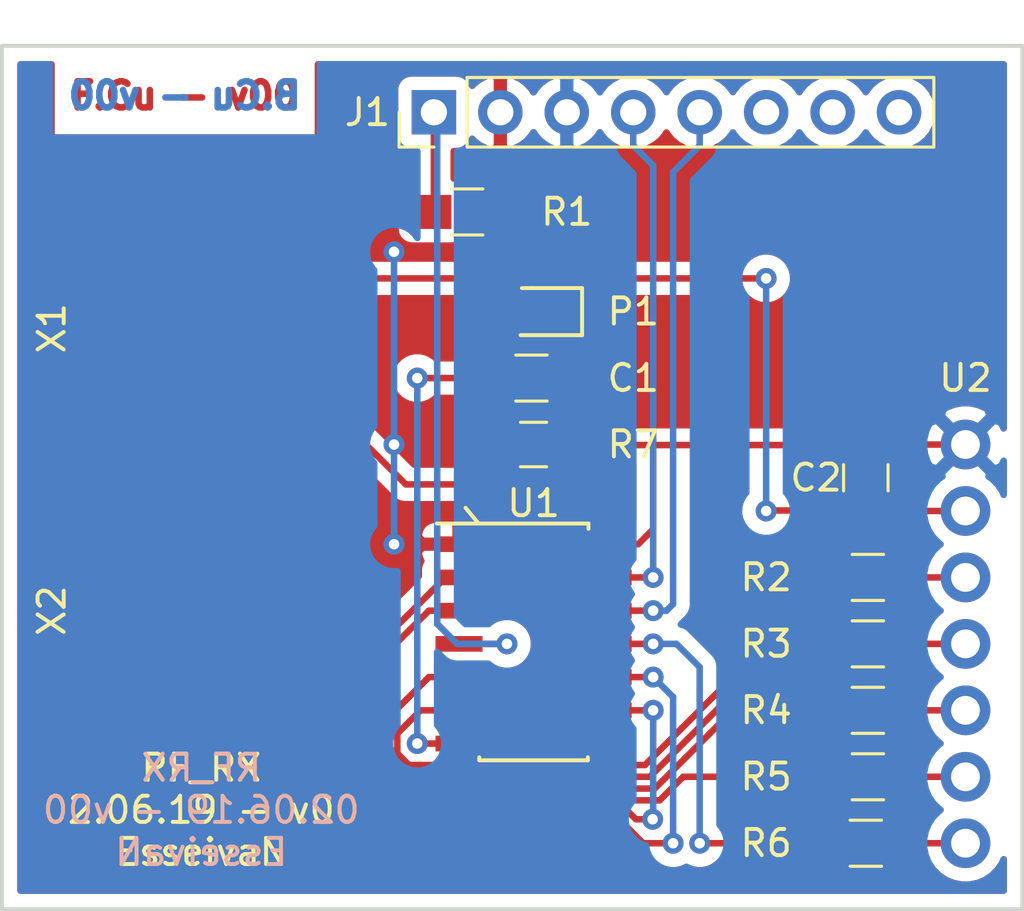
<source format=kicad_pcb>
(kicad_pcb (version 20171130) (host pcbnew "(5.1.0)-1")

  (general
    (thickness 1.6)
    (drawings 10)
    (tracks 153)
    (zones 0)
    (modules 15)
    (nets 26)
  )

  (page A4)
  (title_block
    (title RF_433MHz_Receiver)
    (date 2019-06-02)
    (rev 00)
    (company EsseivaN)
    (comment 1 "Author : Esseiva Nicolas")
    (comment 2 "RF 433MHz Receiver extension")
  )

  (layers
    (0 F.Cu signal)
    (31 B.Cu signal)
    (32 B.Adhes user)
    (33 F.Adhes user)
    (34 B.Paste user)
    (35 F.Paste user)
    (36 B.SilkS user)
    (37 F.SilkS user)
    (38 B.Mask user)
    (39 F.Mask user)
    (40 Dwgs.User user)
    (41 Cmts.User user)
    (42 Eco1.User user)
    (43 Eco2.User user)
    (44 Edge.Cuts user)
    (45 Margin user)
    (46 B.CrtYd user)
    (47 F.CrtYd user)
    (48 B.Fab user)
    (49 F.Fab user)
  )

  (setup
    (last_trace_width 0.25)
    (trace_clearance 0.2)
    (zone_clearance 0.508)
    (zone_45_only no)
    (trace_min 0.2)
    (via_size 0.8)
    (via_drill 0.4)
    (via_min_size 0.4)
    (via_min_drill 0.3)
    (uvia_size 0.3)
    (uvia_drill 0.1)
    (uvias_allowed no)
    (uvia_min_size 0.2)
    (uvia_min_drill 0.1)
    (edge_width 0.15)
    (segment_width 0.2)
    (pcb_text_width 0.3)
    (pcb_text_size 1.5 1.5)
    (mod_edge_width 0.12)
    (mod_text_size 1 1)
    (mod_text_width 0.15)
    (pad_size 1.524 1.524)
    (pad_drill 0.762)
    (pad_to_mask_clearance 0.051)
    (solder_mask_min_width 0.25)
    (aux_axis_origin 0 0)
    (grid_origin 95 94)
    (visible_elements FFFFFF7F)
    (pcbplotparams
      (layerselection 0x010fc_ffffffff)
      (usegerberextensions false)
      (usegerberattributes false)
      (usegerberadvancedattributes false)
      (creategerberjobfile false)
      (excludeedgelayer true)
      (linewidth 0.100000)
      (plotframeref false)
      (viasonmask false)
      (mode 1)
      (useauxorigin false)
      (hpglpennumber 1)
      (hpglpenspeed 20)
      (hpglpendiameter 15.000000)
      (psnegative false)
      (psa4output false)
      (plotreference true)
      (plotvalue true)
      (plotinvisibletext false)
      (padsonsilk false)
      (subtractmaskfromsilk false)
      (outputformat 1)
      (mirror false)
      (drillshape 1)
      (scaleselection 1)
      (outputdirectory ""))
  )

  (net 0 "")
  (net 1 GND)
  (net 2 VCC)
  (net 3 5V)
  (net 4 "Net-(J1-Pad8)")
  (net 5 "Net-(J1-Pad7)")
  (net 6 "Net-(J1-Pad6)")
  (net 7 ICSPCLK)
  (net 8 ICSPDAT)
  (net 9 VPP)
  (net 10 "Net-(P1-Pad2)")
  (net 11 "Net-(R2-Pad2)")
  (net 12 "Net-(R2-Pad1)")
  (net 13 "Net-(R3-Pad1)")
  (net 14 "Net-(R3-Pad2)")
  (net 15 "Net-(R4-Pad2)")
  (net 16 "Net-(R4-Pad1)")
  (net 17 "Net-(R5-Pad1)")
  (net 18 "Net-(R5-Pad2)")
  (net 19 "Net-(R6-Pad2)")
  (net 20 "Net-(R6-Pad1)")
  (net 21 "Net-(R7-Pad2)")
  (net 22 "Net-(U1-Pad8)")
  (net 23 SDA)
  (net 24 SCL)
  (net 25 "Net-(X1-Pad2)")

  (net_class Default "This is the default net class."
    (clearance 0.2)
    (trace_width 0.25)
    (via_dia 0.8)
    (via_drill 0.4)
    (uvia_dia 0.3)
    (uvia_drill 0.1)
    (add_net 5V)
    (add_net GND)
    (add_net ICSPCLK)
    (add_net ICSPDAT)
    (add_net "Net-(J1-Pad6)")
    (add_net "Net-(J1-Pad7)")
    (add_net "Net-(J1-Pad8)")
    (add_net "Net-(P1-Pad2)")
    (add_net "Net-(R2-Pad1)")
    (add_net "Net-(R2-Pad2)")
    (add_net "Net-(R3-Pad1)")
    (add_net "Net-(R3-Pad2)")
    (add_net "Net-(R4-Pad1)")
    (add_net "Net-(R4-Pad2)")
    (add_net "Net-(R5-Pad1)")
    (add_net "Net-(R5-Pad2)")
    (add_net "Net-(R6-Pad1)")
    (add_net "Net-(R6-Pad2)")
    (add_net "Net-(R7-Pad2)")
    (add_net "Net-(U1-Pad8)")
    (add_net "Net-(X1-Pad2)")
    (add_net SCL)
    (add_net SDA)
    (add_net VCC)
    (add_net VPP)
  )

  (module 0EsseivaN_Lib:C_0805_HandSoldering (layer F.Cu) (tedit 58AA84A8) (tstamp 5CF395E5)
    (at 115.32 109.24)
    (descr "Capacitor SMD 0805, hand soldering")
    (tags "capacitor 0805")
    (path /5CF44CD7)
    (attr smd)
    (fp_text reference C1 (at 3.81 -2.54) (layer F.SilkS)
      (effects (font (size 1 1) (thickness 0.15)))
    )
    (fp_text value 100nF (at 0 1.75) (layer F.Fab)
      (effects (font (size 1 1) (thickness 0.15)))
    )
    (fp_text user %R (at 0 -1.75) (layer F.Fab)
      (effects (font (size 1 1) (thickness 0.15)))
    )
    (fp_line (start -1 0.62) (end -1 -0.62) (layer F.Fab) (width 0.1))
    (fp_line (start 1 0.62) (end -1 0.62) (layer F.Fab) (width 0.1))
    (fp_line (start 1 -0.62) (end 1 0.62) (layer F.Fab) (width 0.1))
    (fp_line (start -1 -0.62) (end 1 -0.62) (layer F.Fab) (width 0.1))
    (fp_line (start 0.5 -0.85) (end -0.5 -0.85) (layer F.SilkS) (width 0.12))
    (fp_line (start -0.5 0.85) (end 0.5 0.85) (layer F.SilkS) (width 0.12))
    (fp_line (start -2.25 -0.88) (end 2.25 -0.88) (layer F.CrtYd) (width 0.05))
    (fp_line (start -2.25 -0.88) (end -2.25 0.87) (layer F.CrtYd) (width 0.05))
    (fp_line (start 2.25 0.87) (end 2.25 -0.88) (layer F.CrtYd) (width 0.05))
    (fp_line (start 2.25 0.87) (end -2.25 0.87) (layer F.CrtYd) (width 0.05))
    (pad 1 smd rect (at -1.25 0) (size 1.5 1.25) (layers F.Cu F.Paste F.Mask)
      (net 2 VCC))
    (pad 2 smd rect (at 1.25 0) (size 1.5 1.25) (layers F.Cu F.Paste F.Mask)
      (net 1 GND))
    (model Capacitors_SMD.3dshapes/C_0805.wrl
      (at (xyz 0 0 0))
      (scale (xyz 1 1 1))
      (rotate (xyz 0 0 0))
    )
  )

  (module 0EsseivaN_Lib:C_0805_HandSoldering (layer F.Cu) (tedit 58AA84A8) (tstamp 5CF395F6)
    (at 128.02 110.51 90)
    (descr "Capacitor SMD 0805, hand soldering")
    (tags "capacitor 0805")
    (path /5CF63129)
    (attr smd)
    (fp_text reference C2 (at 0 -1.905 180) (layer F.SilkS)
      (effects (font (size 1 1) (thickness 0.15)))
    )
    (fp_text value 100nF (at 0 1.75 90) (layer F.Fab)
      (effects (font (size 1 1) (thickness 0.15)))
    )
    (fp_text user %R (at 0 -1.905 180) (layer F.Fab)
      (effects (font (size 1 1) (thickness 0.15)))
    )
    (fp_line (start -1 0.62) (end -1 -0.62) (layer F.Fab) (width 0.1))
    (fp_line (start 1 0.62) (end -1 0.62) (layer F.Fab) (width 0.1))
    (fp_line (start 1 -0.62) (end 1 0.62) (layer F.Fab) (width 0.1))
    (fp_line (start -1 -0.62) (end 1 -0.62) (layer F.Fab) (width 0.1))
    (fp_line (start 0.5 -0.85) (end -0.5 -0.85) (layer F.SilkS) (width 0.12))
    (fp_line (start -0.5 0.85) (end 0.5 0.85) (layer F.SilkS) (width 0.12))
    (fp_line (start -2.25 -0.88) (end 2.25 -0.88) (layer F.CrtYd) (width 0.05))
    (fp_line (start -2.25 -0.88) (end -2.25 0.87) (layer F.CrtYd) (width 0.05))
    (fp_line (start 2.25 0.87) (end 2.25 -0.88) (layer F.CrtYd) (width 0.05))
    (fp_line (start 2.25 0.87) (end -2.25 0.87) (layer F.CrtYd) (width 0.05))
    (pad 1 smd rect (at -1.25 0 90) (size 1.5 1.25) (layers F.Cu F.Paste F.Mask)
      (net 3 5V))
    (pad 2 smd rect (at 1.25 0 90) (size 1.5 1.25) (layers F.Cu F.Paste F.Mask)
      (net 1 GND))
    (model Capacitors_SMD.3dshapes/C_0805.wrl
      (at (xyz 0 0 0))
      (scale (xyz 1 1 1))
      (rotate (xyz 0 0 0))
    )
  )

  (module 0EsseivaN_Lib:Pin_Header_Straight_1x08_Pitch2.54mm (layer F.Cu) (tedit 59650532) (tstamp 5CF3B51C)
    (at 111.51 96.54 90)
    (descr "Through hole straight pin header, 1x08, 2.54mm pitch, single row")
    (tags "Through hole pin header THT 1x08 2.54mm single row")
    (path /5CF4C2C1)
    (fp_text reference J1 (at 0 -2.54 180) (layer F.SilkS)
      (effects (font (size 1 1) (thickness 0.15)))
    )
    (fp_text value CONN_ICSP (at 0 20.11 90) (layer F.Fab)
      (effects (font (size 1 1) (thickness 0.15)))
    )
    (fp_text user %R (at 0 8.89 180) (layer F.Fab)
      (effects (font (size 1 1) (thickness 0.15)))
    )
    (fp_line (start 1.8 -1.8) (end -1.8 -1.8) (layer F.CrtYd) (width 0.05))
    (fp_line (start 1.8 19.55) (end 1.8 -1.8) (layer F.CrtYd) (width 0.05))
    (fp_line (start -1.8 19.55) (end 1.8 19.55) (layer F.CrtYd) (width 0.05))
    (fp_line (start -1.8 -1.8) (end -1.8 19.55) (layer F.CrtYd) (width 0.05))
    (fp_line (start -1.33 -1.33) (end 0 -1.33) (layer F.SilkS) (width 0.12))
    (fp_line (start -1.33 0) (end -1.33 -1.33) (layer F.SilkS) (width 0.12))
    (fp_line (start -1.33 1.27) (end 1.33 1.27) (layer F.SilkS) (width 0.12))
    (fp_line (start 1.33 1.27) (end 1.33 19.11) (layer F.SilkS) (width 0.12))
    (fp_line (start -1.33 1.27) (end -1.33 19.11) (layer F.SilkS) (width 0.12))
    (fp_line (start -1.33 19.11) (end 1.33 19.11) (layer F.SilkS) (width 0.12))
    (fp_line (start -1.27 -0.635) (end -0.635 -1.27) (layer F.Fab) (width 0.1))
    (fp_line (start -1.27 19.05) (end -1.27 -0.635) (layer F.Fab) (width 0.1))
    (fp_line (start 1.27 19.05) (end -1.27 19.05) (layer F.Fab) (width 0.1))
    (fp_line (start 1.27 -1.27) (end 1.27 19.05) (layer F.Fab) (width 0.1))
    (fp_line (start -0.635 -1.27) (end 1.27 -1.27) (layer F.Fab) (width 0.1))
    (pad 8 thru_hole oval (at 0 17.78 90) (size 1.7 1.7) (drill 1) (layers *.Cu *.Mask)
      (net 4 "Net-(J1-Pad8)"))
    (pad 7 thru_hole oval (at 0 15.24 90) (size 1.7 1.7) (drill 1) (layers *.Cu *.Mask)
      (net 5 "Net-(J1-Pad7)"))
    (pad 6 thru_hole oval (at 0 12.7 90) (size 1.7 1.7) (drill 1) (layers *.Cu *.Mask)
      (net 6 "Net-(J1-Pad6)"))
    (pad 5 thru_hole oval (at 0 10.16 90) (size 1.7 1.7) (drill 1) (layers *.Cu *.Mask)
      (net 7 ICSPCLK))
    (pad 4 thru_hole oval (at 0 7.62 90) (size 1.7 1.7) (drill 1) (layers *.Cu *.Mask)
      (net 8 ICSPDAT))
    (pad 3 thru_hole oval (at 0 5.08 90) (size 1.7 1.7) (drill 1) (layers *.Cu *.Mask)
      (net 1 GND))
    (pad 2 thru_hole oval (at 0 2.54 90) (size 1.7 1.7) (drill 1) (layers *.Cu *.Mask)
      (net 2 VCC))
    (pad 1 thru_hole rect (at 0 0 90) (size 1.7 1.7) (drill 1) (layers *.Cu *.Mask)
      (net 9 VPP))
    (model ${KISYS3DMOD}/Pin_Headers.3dshapes/Pin_Header_Straight_1x08_Pitch2.54mm.wrl
      (at (xyz 0 0 0))
      (scale (xyz 1 1 1))
      (rotate (xyz 0 0 0))
    )
  )

  (module 0EsseivaN_Lib:D_0603_HandSoldering (layer F.Cu) (tedit 5C1631AA) (tstamp 5CF39624)
    (at 115.175 104.16 180)
    (descr "Capacitor SMD 0603, hand soldering")
    (tags "capacitor 0603")
    (path /5CF9D78A)
    (attr smd)
    (fp_text reference P1 (at -3.955 0 180) (layer F.SilkS)
      (effects (font (size 1 1) (thickness 0.15)))
    )
    (fp_text value TLMS1000 (at -0.2 1.8 180) (layer F.Fab)
      (effects (font (size 1 1) (thickness 0.15)))
    )
    (fp_line (start -2 -0.9) (end -2 0.9) (layer F.SilkS) (width 0.15))
    (fp_line (start -0.1 0.9) (end -0.05 0.9) (layer F.SilkS) (width 0.15))
    (fp_line (start -2 0.9) (end 0.3 0.9) (layer F.SilkS) (width 0.15))
    (fp_line (start -2 -0.9) (end 0.35 -0.9) (layer F.SilkS) (width 0.15))
    (fp_line (start -0.45 -0.4) (end -0.45 0.45) (layer F.Fab) (width 0.15))
    (fp_line (start 0.4 0.45) (end -0.45 0) (layer F.Fab) (width 0.15))
    (fp_line (start -0.45 0) (end 0.4 -0.4) (layer F.Fab) (width 0.15))
    (fp_line (start 0.4 -0.4) (end 0.4 0.4) (layer F.Fab) (width 0.15))
    (fp_line (start -1.8 -0.65) (end 1.8 -0.65) (layer F.CrtYd) (width 0.05))
    (fp_line (start -1.8 -0.65) (end -1.8 0.65) (layer F.CrtYd) (width 0.05))
    (fp_line (start 1.8 0.65) (end 1.8 -0.65) (layer F.CrtYd) (width 0.05))
    (fp_line (start 1.8 0.65) (end -1.8 0.65) (layer F.CrtYd) (width 0.05))
    (pad 2 smd rect (at -1.125 0 180) (size 1.4 1) (layers F.Cu F.Paste F.Mask)
      (net 10 "Net-(P1-Pad2)"))
    (pad 1 smd rect (at 1.125 0 180) (size 1.4 1) (layers F.Cu F.Paste F.Mask)
      (net 3 5V))
    (model Capacitors_SMD.3dshapes/C_0603.wrl
      (at (xyz 0 0 0))
      (scale (xyz 1 1 1))
      (rotate (xyz 0 0 0))
    )
  )

  (module 0EsseivaN_Lib:R_0805_HandSoldering (layer F.Cu) (tedit 58E0A804) (tstamp 5CF3B4B0)
    (at 112.78 100.35 180)
    (descr "Resistor SMD 0805, hand soldering")
    (tags "resistor 0805")
    (path /5CF4DFA6)
    (attr smd)
    (fp_text reference R1 (at -3.81 0) (layer F.SilkS)
      (effects (font (size 1 1) (thickness 0.15)))
    )
    (fp_text value 27k (at 0 1.75 180) (layer F.Fab)
      (effects (font (size 1 1) (thickness 0.15)))
    )
    (fp_text user %R (at 0 0 180) (layer F.Fab)
      (effects (font (size 0.5 0.5) (thickness 0.075)))
    )
    (fp_line (start -1 0.62) (end -1 -0.62) (layer F.Fab) (width 0.1))
    (fp_line (start 1 0.62) (end -1 0.62) (layer F.Fab) (width 0.1))
    (fp_line (start 1 -0.62) (end 1 0.62) (layer F.Fab) (width 0.1))
    (fp_line (start -1 -0.62) (end 1 -0.62) (layer F.Fab) (width 0.1))
    (fp_line (start 0.6 0.88) (end -0.6 0.88) (layer F.SilkS) (width 0.12))
    (fp_line (start -0.6 -0.88) (end 0.6 -0.88) (layer F.SilkS) (width 0.12))
    (fp_line (start -2.35 -0.9) (end 2.35 -0.9) (layer F.CrtYd) (width 0.05))
    (fp_line (start -2.35 -0.9) (end -2.35 0.9) (layer F.CrtYd) (width 0.05))
    (fp_line (start 2.35 0.9) (end 2.35 -0.9) (layer F.CrtYd) (width 0.05))
    (fp_line (start 2.35 0.9) (end -2.35 0.9) (layer F.CrtYd) (width 0.05))
    (pad 1 smd rect (at -1.35 0 180) (size 1.5 1.3) (layers F.Cu F.Paste F.Mask)
      (net 2 VCC))
    (pad 2 smd rect (at 1.35 0 180) (size 1.5 1.3) (layers F.Cu F.Paste F.Mask)
      (net 9 VPP))
    (model ${KISYS3DMOD}/Resistors_SMD.3dshapes/R_0805.wrl
      (at (xyz 0 0 0))
      (scale (xyz 1 1 1))
      (rotate (xyz 0 0 0))
    )
  )

  (module 0EsseivaN_Lib:R_0805_HandSoldering (layer F.Cu) (tedit 58E0A804) (tstamp 5CF39E77)
    (at 128.1 114.32 180)
    (descr "Resistor SMD 0805, hand soldering")
    (tags "resistor 0805")
    (path /5CF67EFE)
    (attr smd)
    (fp_text reference R2 (at 3.89 0 180) (layer F.SilkS)
      (effects (font (size 1 1) (thickness 0.15)))
    )
    (fp_text value 1k (at 0 1.75 180) (layer F.Fab)
      (effects (font (size 1 1) (thickness 0.15)))
    )
    (fp_line (start 2.35 0.9) (end -2.35 0.9) (layer F.CrtYd) (width 0.05))
    (fp_line (start 2.35 0.9) (end 2.35 -0.9) (layer F.CrtYd) (width 0.05))
    (fp_line (start -2.35 -0.9) (end -2.35 0.9) (layer F.CrtYd) (width 0.05))
    (fp_line (start -2.35 -0.9) (end 2.35 -0.9) (layer F.CrtYd) (width 0.05))
    (fp_line (start -0.6 -0.88) (end 0.6 -0.88) (layer F.SilkS) (width 0.12))
    (fp_line (start 0.6 0.88) (end -0.6 0.88) (layer F.SilkS) (width 0.12))
    (fp_line (start -1 -0.62) (end 1 -0.62) (layer F.Fab) (width 0.1))
    (fp_line (start 1 -0.62) (end 1 0.62) (layer F.Fab) (width 0.1))
    (fp_line (start 1 0.62) (end -1 0.62) (layer F.Fab) (width 0.1))
    (fp_line (start -1 0.62) (end -1 -0.62) (layer F.Fab) (width 0.1))
    (fp_text user %R (at 0 0 180) (layer F.Fab)
      (effects (font (size 0.5 0.5) (thickness 0.075)))
    )
    (pad 2 smd rect (at 1.35 0 180) (size 1.5 1.3) (layers F.Cu F.Paste F.Mask)
      (net 11 "Net-(R2-Pad2)"))
    (pad 1 smd rect (at -1.35 0 180) (size 1.5 1.3) (layers F.Cu F.Paste F.Mask)
      (net 12 "Net-(R2-Pad1)"))
    (model ${KISYS3DMOD}/Resistors_SMD.3dshapes/R_0805.wrl
      (at (xyz 0 0 0))
      (scale (xyz 1 1 1))
      (rotate (xyz 0 0 0))
    )
  )

  (module 0EsseivaN_Lib:R_0805_HandSoldering (layer F.Cu) (tedit 58E0A804) (tstamp 5CF39FA8)
    (at 128.1 116.86 180)
    (descr "Resistor SMD 0805, hand soldering")
    (tags "resistor 0805")
    (path /5CF688FE)
    (attr smd)
    (fp_text reference R3 (at 3.89 0 180) (layer F.SilkS)
      (effects (font (size 1 1) (thickness 0.15)))
    )
    (fp_text value 1k (at 0 1.75 180) (layer F.Fab)
      (effects (font (size 1 1) (thickness 0.15)))
    )
    (fp_text user %R (at 0 0 180) (layer F.Fab)
      (effects (font (size 0.5 0.5) (thickness 0.075)))
    )
    (fp_line (start -1 0.62) (end -1 -0.62) (layer F.Fab) (width 0.1))
    (fp_line (start 1 0.62) (end -1 0.62) (layer F.Fab) (width 0.1))
    (fp_line (start 1 -0.62) (end 1 0.62) (layer F.Fab) (width 0.1))
    (fp_line (start -1 -0.62) (end 1 -0.62) (layer F.Fab) (width 0.1))
    (fp_line (start 0.6 0.88) (end -0.6 0.88) (layer F.SilkS) (width 0.12))
    (fp_line (start -0.6 -0.88) (end 0.6 -0.88) (layer F.SilkS) (width 0.12))
    (fp_line (start -2.35 -0.9) (end 2.35 -0.9) (layer F.CrtYd) (width 0.05))
    (fp_line (start -2.35 -0.9) (end -2.35 0.9) (layer F.CrtYd) (width 0.05))
    (fp_line (start 2.35 0.9) (end 2.35 -0.9) (layer F.CrtYd) (width 0.05))
    (fp_line (start 2.35 0.9) (end -2.35 0.9) (layer F.CrtYd) (width 0.05))
    (pad 1 smd rect (at -1.35 0 180) (size 1.5 1.3) (layers F.Cu F.Paste F.Mask)
      (net 13 "Net-(R3-Pad1)"))
    (pad 2 smd rect (at 1.35 0 180) (size 1.5 1.3) (layers F.Cu F.Paste F.Mask)
      (net 14 "Net-(R3-Pad2)"))
    (model ${KISYS3DMOD}/Resistors_SMD.3dshapes/R_0805.wrl
      (at (xyz 0 0 0))
      (scale (xyz 1 1 1))
      (rotate (xyz 0 0 0))
    )
  )

  (module 0EsseivaN_Lib:R_0805_HandSoldering (layer F.Cu) (tedit 58E0A804) (tstamp 5CF39C8D)
    (at 128.1 119.4 180)
    (descr "Resistor SMD 0805, hand soldering")
    (tags "resistor 0805")
    (path /5CF68E0D)
    (attr smd)
    (fp_text reference R4 (at 3.89 0 180) (layer F.SilkS)
      (effects (font (size 1 1) (thickness 0.15)))
    )
    (fp_text value 1k (at 0 1.75 180) (layer F.Fab)
      (effects (font (size 1 1) (thickness 0.15)))
    )
    (fp_line (start 2.35 0.9) (end -2.35 0.9) (layer F.CrtYd) (width 0.05))
    (fp_line (start 2.35 0.9) (end 2.35 -0.9) (layer F.CrtYd) (width 0.05))
    (fp_line (start -2.35 -0.9) (end -2.35 0.9) (layer F.CrtYd) (width 0.05))
    (fp_line (start -2.35 -0.9) (end 2.35 -0.9) (layer F.CrtYd) (width 0.05))
    (fp_line (start -0.6 -0.88) (end 0.6 -0.88) (layer F.SilkS) (width 0.12))
    (fp_line (start 0.6 0.88) (end -0.6 0.88) (layer F.SilkS) (width 0.12))
    (fp_line (start -1 -0.62) (end 1 -0.62) (layer F.Fab) (width 0.1))
    (fp_line (start 1 -0.62) (end 1 0.62) (layer F.Fab) (width 0.1))
    (fp_line (start 1 0.62) (end -1 0.62) (layer F.Fab) (width 0.1))
    (fp_line (start -1 0.62) (end -1 -0.62) (layer F.Fab) (width 0.1))
    (fp_text user %R (at 0 0 180) (layer F.Fab)
      (effects (font (size 0.5 0.5) (thickness 0.075)))
    )
    (pad 2 smd rect (at 1.35 0 180) (size 1.5 1.3) (layers F.Cu F.Paste F.Mask)
      (net 15 "Net-(R4-Pad2)"))
    (pad 1 smd rect (at -1.35 0 180) (size 1.5 1.3) (layers F.Cu F.Paste F.Mask)
      (net 16 "Net-(R4-Pad1)"))
    (model ${KISYS3DMOD}/Resistors_SMD.3dshapes/R_0805.wrl
      (at (xyz 0 0 0))
      (scale (xyz 1 1 1))
      (rotate (xyz 0 0 0))
    )
  )

  (module 0EsseivaN_Lib:R_0805_HandSoldering (layer F.Cu) (tedit 58E0A804) (tstamp 5CF39679)
    (at 128.1 121.94 180)
    (descr "Resistor SMD 0805, hand soldering")
    (tags "resistor 0805")
    (path /5CF68EEE)
    (attr smd)
    (fp_text reference R5 (at 3.89 0 180) (layer F.SilkS)
      (effects (font (size 1 1) (thickness 0.15)))
    )
    (fp_text value 1k (at 0 1.75 180) (layer F.Fab)
      (effects (font (size 1 1) (thickness 0.15)))
    )
    (fp_line (start 2.35 0.9) (end -2.35 0.9) (layer F.CrtYd) (width 0.05))
    (fp_line (start 2.35 0.9) (end 2.35 -0.9) (layer F.CrtYd) (width 0.05))
    (fp_line (start -2.35 -0.9) (end -2.35 0.9) (layer F.CrtYd) (width 0.05))
    (fp_line (start -2.35 -0.9) (end 2.35 -0.9) (layer F.CrtYd) (width 0.05))
    (fp_line (start -0.6 -0.88) (end 0.6 -0.88) (layer F.SilkS) (width 0.12))
    (fp_line (start 0.6 0.88) (end -0.6 0.88) (layer F.SilkS) (width 0.12))
    (fp_line (start -1 -0.62) (end 1 -0.62) (layer F.Fab) (width 0.1))
    (fp_line (start 1 -0.62) (end 1 0.62) (layer F.Fab) (width 0.1))
    (fp_line (start 1 0.62) (end -1 0.62) (layer F.Fab) (width 0.1))
    (fp_line (start -1 0.62) (end -1 -0.62) (layer F.Fab) (width 0.1))
    (fp_text user %R (at 0 0 180) (layer F.Fab)
      (effects (font (size 0.5 0.5) (thickness 0.075)))
    )
    (pad 2 smd rect (at 1.35 0 180) (size 1.5 1.3) (layers F.Cu F.Paste F.Mask)
      (net 18 "Net-(R5-Pad2)"))
    (pad 1 smd rect (at -1.35 0 180) (size 1.5 1.3) (layers F.Cu F.Paste F.Mask)
      (net 17 "Net-(R5-Pad1)"))
    (model ${KISYS3DMOD}/Resistors_SMD.3dshapes/R_0805.wrl
      (at (xyz 0 0 0))
      (scale (xyz 1 1 1))
      (rotate (xyz 0 0 0))
    )
  )

  (module 0EsseivaN_Lib:R_0805_HandSoldering (layer F.Cu) (tedit 58E0A804) (tstamp 5CF3968A)
    (at 128.02 124.48 180)
    (descr "Resistor SMD 0805, hand soldering")
    (tags "resistor 0805")
    (path /5CF690B5)
    (attr smd)
    (fp_text reference R6 (at 3.81 0 180) (layer F.SilkS)
      (effects (font (size 1 1) (thickness 0.15)))
    )
    (fp_text value 1k (at 0 1.75 180) (layer F.Fab)
      (effects (font (size 1 1) (thickness 0.15)))
    )
    (fp_line (start 2.35 0.9) (end -2.35 0.9) (layer F.CrtYd) (width 0.05))
    (fp_line (start 2.35 0.9) (end 2.35 -0.9) (layer F.CrtYd) (width 0.05))
    (fp_line (start -2.35 -0.9) (end -2.35 0.9) (layer F.CrtYd) (width 0.05))
    (fp_line (start -2.35 -0.9) (end 2.35 -0.9) (layer F.CrtYd) (width 0.05))
    (fp_line (start -0.6 -0.88) (end 0.6 -0.88) (layer F.SilkS) (width 0.12))
    (fp_line (start 0.6 0.88) (end -0.6 0.88) (layer F.SilkS) (width 0.12))
    (fp_line (start -1 -0.62) (end 1 -0.62) (layer F.Fab) (width 0.1))
    (fp_line (start 1 -0.62) (end 1 0.62) (layer F.Fab) (width 0.1))
    (fp_line (start 1 0.62) (end -1 0.62) (layer F.Fab) (width 0.1))
    (fp_line (start -1 0.62) (end -1 -0.62) (layer F.Fab) (width 0.1))
    (fp_text user %R (at 0 0 180) (layer F.Fab)
      (effects (font (size 0.5 0.5) (thickness 0.075)))
    )
    (pad 2 smd rect (at 1.35 0 180) (size 1.5 1.3) (layers F.Cu F.Paste F.Mask)
      (net 19 "Net-(R6-Pad2)"))
    (pad 1 smd rect (at -1.35 0 180) (size 1.5 1.3) (layers F.Cu F.Paste F.Mask)
      (net 20 "Net-(R6-Pad1)"))
    (model ${KISYS3DMOD}/Resistors_SMD.3dshapes/R_0805.wrl
      (at (xyz 0 0 0))
      (scale (xyz 1 1 1))
      (rotate (xyz 0 0 0))
    )
  )

  (module 0EsseivaN_Lib:R_0805_HandSoldering (layer F.Cu) (tedit 58E0A804) (tstamp 5CF3969B)
    (at 115.24 106.7 180)
    (descr "Resistor SMD 0805, hand soldering")
    (tags "resistor 0805")
    (path /5CFAF9F9)
    (attr smd)
    (fp_text reference R7 (at -3.89 -2.54 180) (layer F.SilkS)
      (effects (font (size 1 1) (thickness 0.15)))
    )
    (fp_text value 270R (at 0 1.75 180) (layer F.Fab)
      (effects (font (size 1 1) (thickness 0.15)))
    )
    (fp_text user %R (at 0 0 180) (layer F.Fab)
      (effects (font (size 0.5 0.5) (thickness 0.075)))
    )
    (fp_line (start -1 0.62) (end -1 -0.62) (layer F.Fab) (width 0.1))
    (fp_line (start 1 0.62) (end -1 0.62) (layer F.Fab) (width 0.1))
    (fp_line (start 1 -0.62) (end 1 0.62) (layer F.Fab) (width 0.1))
    (fp_line (start -1 -0.62) (end 1 -0.62) (layer F.Fab) (width 0.1))
    (fp_line (start 0.6 0.88) (end -0.6 0.88) (layer F.SilkS) (width 0.12))
    (fp_line (start -0.6 -0.88) (end 0.6 -0.88) (layer F.SilkS) (width 0.12))
    (fp_line (start -2.35 -0.9) (end 2.35 -0.9) (layer F.CrtYd) (width 0.05))
    (fp_line (start -2.35 -0.9) (end -2.35 0.9) (layer F.CrtYd) (width 0.05))
    (fp_line (start 2.35 0.9) (end 2.35 -0.9) (layer F.CrtYd) (width 0.05))
    (fp_line (start 2.35 0.9) (end -2.35 0.9) (layer F.CrtYd) (width 0.05))
    (pad 1 smd rect (at -1.35 0 180) (size 1.5 1.3) (layers F.Cu F.Paste F.Mask)
      (net 10 "Net-(P1-Pad2)"))
    (pad 2 smd rect (at 1.35 0 180) (size 1.5 1.3) (layers F.Cu F.Paste F.Mask)
      (net 21 "Net-(R7-Pad2)"))
    (model ${KISYS3DMOD}/Resistors_SMD.3dshapes/R_0805.wrl
      (at (xyz 0 0 0))
      (scale (xyz 1 1 1))
      (rotate (xyz 0 0 0))
    )
  )

  (module 0EsseivaN_Lib:SOIC-14 (layer F.Cu) (tedit 5B670383) (tstamp 5CF3B3A7)
    (at 115.32 116.86)
    (descr "14-Lead Plastic Small Outline (SL) - Narrow, 3.90 mm Body [SOIC] (see Microchip Packaging Specification 00000049BS.pdf)")
    (tags "SOIC 1.27")
    (path /5CF40580)
    (attr smd)
    (fp_text reference U1 (at 0 -5.375) (layer F.SilkS)
      (effects (font (size 1 1) (thickness 0.15)))
    )
    (fp_text value PIC16F15323 (at 0 5.375) (layer F.Fab)
      (effects (font (size 1 1) (thickness 0.15)))
    )
    (fp_line (start -2.1 -4.6) (end -3.7 -4.6) (layer F.SilkS) (width 0.15))
    (fp_line (start -2.1 -4.6) (end -2.6 -5.2) (layer F.SilkS) (width 0.15))
    (fp_line (start 2.1 -4.4) (end 2.1 -4.6) (layer F.SilkS) (width 0.15))
    (fp_line (start 2.1 -4.6) (end -2.1 -4.6) (layer F.SilkS) (width 0.15))
    (fp_text user %R (at 0 0) (layer F.Fab)
      (effects (font (size 0.9 0.9) (thickness 0.135)))
    )
    (fp_line (start -0.95 -4.35) (end 1.95 -4.35) (layer F.Fab) (width 0.15))
    (fp_line (start 1.95 -4.35) (end 1.95 4.35) (layer F.Fab) (width 0.15))
    (fp_line (start 1.95 4.35) (end -1.95 4.35) (layer F.Fab) (width 0.15))
    (fp_line (start -1.95 4.35) (end -1.95 -3.35) (layer F.Fab) (width 0.15))
    (fp_line (start -1.95 -3.35) (end -0.95 -4.35) (layer F.Fab) (width 0.15))
    (fp_line (start -3.7 -4.65) (end -3.7 4.65) (layer F.CrtYd) (width 0.05))
    (fp_line (start 3.7 -4.65) (end 3.7 4.65) (layer F.CrtYd) (width 0.05))
    (fp_line (start -3.7 -4.65) (end 3.7 -4.65) (layer F.CrtYd) (width 0.05))
    (fp_line (start -3.7 4.65) (end 3.7 4.65) (layer F.CrtYd) (width 0.05))
    (fp_line (start 2.075 4.45) (end 2.075 4.335) (layer F.SilkS) (width 0.15))
    (fp_line (start -2.075 4.45) (end -2.075 4.335) (layer F.SilkS) (width 0.15))
    (fp_line (start -2.075 4.45) (end 2.075 4.45) (layer F.SilkS) (width 0.15))
    (pad 1 smd rect (at -2.85 -3.81) (size 1.8 0.6) (layers F.Cu F.Paste F.Mask)
      (net 2 VCC))
    (pad 2 smd rect (at -2.85 -2.54) (size 1.8 0.6) (layers F.Cu F.Paste F.Mask)
      (net 18 "Net-(R5-Pad2)"))
    (pad 3 smd rect (at -2.85 -1.27) (size 1.8 0.6) (layers F.Cu F.Paste F.Mask)
      (net 15 "Net-(R4-Pad2)"))
    (pad 4 smd rect (at -2.85 0) (size 1.8 0.6) (layers F.Cu F.Paste F.Mask)
      (net 9 VPP))
    (pad 5 smd rect (at -2.85 1.27) (size 1.8 0.6) (layers F.Cu F.Paste F.Mask)
      (net 14 "Net-(R3-Pad2)"))
    (pad 6 smd rect (at -2.85 2.54) (size 1.8 0.6) (layers F.Cu F.Paste F.Mask)
      (net 11 "Net-(R2-Pad2)"))
    (pad 7 smd rect (at -2.85 3.81) (size 1.8 0.6) (layers F.Cu F.Paste F.Mask)
      (net 21 "Net-(R7-Pad2)"))
    (pad 8 smd rect (at 2.85 3.81) (size 1.8 0.6) (layers F.Cu F.Paste F.Mask)
      (net 22 "Net-(U1-Pad8)"))
    (pad 9 smd rect (at 2.85 2.54) (size 1.8 0.6) (layers F.Cu F.Paste F.Mask)
      (net 23 SDA))
    (pad 10 smd rect (at 2.85 1.27) (size 1.8 0.6) (layers F.Cu F.Paste F.Mask)
      (net 24 SCL))
    (pad 11 smd rect (at 2.85 0) (size 1.8 0.6) (layers F.Cu F.Paste F.Mask)
      (net 19 "Net-(R6-Pad2)"))
    (pad 12 smd rect (at 2.85 -1.27) (size 1.8 0.6) (layers F.Cu F.Paste F.Mask)
      (net 7 ICSPCLK))
    (pad 13 smd rect (at 2.85 -2.54) (size 1.8 0.6) (layers F.Cu F.Paste F.Mask)
      (net 8 ICSPDAT))
    (pad 14 smd rect (at 2.85 -3.81) (size 1.8 0.6) (layers F.Cu F.Paste F.Mask)
      (net 1 GND))
    (model ${KISYS3DMOD}/Housings_SOIC.3dshapes/SOIC-14_3.9x8.7mm_Pitch1.27mm.wrl
      (at (xyz 0 0 0))
      (scale (xyz 1 1 1))
      (rotate (xyz 0 0 0))
    )
  )

  (module 0EsseivaN_Lib:RF_RECEIVER (layer F.Cu) (tedit 5B670BC3) (tstamp 5CF3B5D4)
    (at 131.83 116.86 270)
    (path /5CF432A1)
    (fp_text reference U2 (at -10.16 0) (layer F.SilkS)
      (effects (font (size 1 1) (thickness 0.15)))
    )
    (fp_text value RF_RECEIVER (at 0 0 270) (layer F.Fab)
      (effects (font (size 1 1) (thickness 0.15)))
    )
    (fp_line (start 8.89 -1.27) (end -8.89 -1.27) (layer F.CrtYd) (width 0.15))
    (fp_line (start -8.89 -1.27) (end -8.89 1.27) (layer F.CrtYd) (width 0.15))
    (fp_line (start -8.89 1.27) (end 8.89 1.27) (layer F.CrtYd) (width 0.15))
    (fp_line (start 8.89 1.27) (end 8.89 -1.27) (layer F.CrtYd) (width 0.15))
    (pad 1 thru_hole circle (at -7.62 0 270) (size 1.9 1.9) (drill 1.1) (layers *.Cu *.Mask)
      (net 1 GND))
    (pad 5 thru_hole circle (at 2.54 0 270) (size 1.9 1.9) (drill 1.1) (layers *.Cu *.Mask)
      (net 16 "Net-(R4-Pad1)"))
    (pad 6 thru_hole circle (at 5.08 0 270) (size 1.9 1.9) (drill 1.1) (layers *.Cu *.Mask)
      (net 17 "Net-(R5-Pad1)"))
    (pad 7 thru_hole circle (at 7.62 0 270) (size 1.9 1.9) (drill 1.1) (layers *.Cu *.Mask)
      (net 20 "Net-(R6-Pad1)"))
    (pad 4 thru_hole circle (at 0 0 270) (size 1.9 1.9) (drill 1.1) (layers *.Cu *.Mask)
      (net 13 "Net-(R3-Pad1)"))
    (pad 3 thru_hole circle (at -2.54 0 270) (size 1.9 1.9) (drill 1.1) (layers *.Cu *.Mask)
      (net 12 "Net-(R2-Pad1)"))
    (pad 2 thru_hole circle (at -5.08 0 270) (size 1.9 1.9) (drill 1.1) (layers *.Cu *.Mask)
      (net 3 5V))
  )

  (module 0EsseivaN_Lib:CH_04P (layer F.Cu) (tedit 5CC57AA5) (tstamp 5CF3BCB5)
    (at 102.62 102.89 270)
    (path /5CF599BA)
    (fp_text reference X1 (at 1.905 5.715 270) (layer F.SilkS)
      (effects (font (size 1 1) (thickness 0.15)))
    )
    (fp_text value Extender_Power (at 0 -3.81 270) (layer F.Fab)
      (effects (font (size 1 1) (thickness 0.15)))
    )
    (fp_line (start -2.25 0) (end -2.25 4.25) (layer F.CrtYd) (width 0.12))
    (fp_line (start 6 0) (end 6 4.25) (layer F.CrtYd) (width 0.12))
    (fp_line (start -2.25 0) (end 6 0) (layer F.CrtYd) (width 0.12))
    (fp_line (start 6 4.25) (end -2.25 4.25) (layer F.CrtYd) (width 0.12))
    (pad 1 connect rect (at 0 -0.4 270) (size 0.6 2.5) (layers F.Cu F.Mask)
      (net 3 5V))
    (pad 2 connect rect (at 1.25 -0.4 270) (size 0.6 2.5) (layers F.Cu F.Mask)
      (net 25 "Net-(X1-Pad2)"))
    (pad 0 connect rect (at -1.85 3.7 270) (size 2 3.5) (layers F.Cu F.Mask))
    (pad 0 connect rect (at 5.6 3.7 270) (size 2 3.5) (layers F.Cu F.Mask))
    (pad 3 connect rect (at 2.5 -0.4 270) (size 0.6 2.5) (layers F.Cu F.Mask)
      (net 2 VCC))
    (pad 4 connect rect (at 3.75 -0.4 270) (size 0.6 2.5) (layers F.Cu F.Mask)
      (net 1 GND))
    (model "C:/WorkSpace/Autodesk/cad files/BM04B-GHS-TBT.STEP"
      (offset (xyz -2.25 -3.5 0))
      (scale (xyz 1 1 1))
      (rotate (xyz -90 0 180))
    )
  )

  (module 0EsseivaN_Lib:CH_02P (layer F.Cu) (tedit 5CC57A55) (tstamp 5CF396EE)
    (at 102.62 115.59 270)
    (path /5CF36AF1)
    (fp_text reference X2 (at 0 5.715 270) (layer F.SilkS)
      (effects (font (size 1 1) (thickness 0.15)))
    )
    (fp_text value Extender_I2C (at 0 -3.81 270) (layer F.Fab)
      (effects (font (size 1 1) (thickness 0.15)))
    )
    (fp_line (start -2.875 0) (end -2.875 4.25) (layer F.CrtYd) (width 0.12))
    (fp_line (start 2.875 0) (end 2.875 4.25) (layer F.CrtYd) (width 0.12))
    (fp_line (start -2.875 0) (end 2.875 0) (layer F.CrtYd) (width 0.12))
    (fp_line (start 2.875 4.25) (end -2.875 4.25) (layer F.CrtYd) (width 0.12))
    (pad 1 connect rect (at -0.625 -0.4 270) (size 0.6 2.5) (layers F.Cu F.Mask)
      (net 23 SDA))
    (pad 2 connect rect (at 0.625 -0.4 270) (size 0.6 2.5) (layers F.Cu F.Mask)
      (net 24 SCL))
    (pad 0 connect rect (at -2.975 3.7 270) (size 2 3.5) (layers F.Cu F.Mask))
    (pad 0 connect rect (at 2.975 3.7 270) (size 2 3.5) (layers F.Cu F.Mask))
    (model "C:/WorkSpace/Autodesk/cad files/BM02B-GHS-TBT.STEP"
      (offset (xyz -2.85 -4 0))
      (scale (xyz 1 1 1))
      (rotate (xyz -90 0 180))
    )
  )

  (gr_text "B.Mask - v00" (at 102.62 98.445) (layer B.Mask) (tstamp 5CF3C11C)
    (effects (font (size 1 1) (thickness 0.25)) (justify mirror))
  )
  (gr_text "F.Mask - v00" (at 102.62 98.445) (layer F.Mask)
    (effects (font (size 1 1) (thickness 0.25)))
  )
  (gr_text "B.Cu - v00" (at 101.985 95.905) (layer B.Cu) (tstamp 5CF3C0D8)
    (effects (font (size 1 1) (thickness 0.25)) (justify mirror))
  )
  (gr_text "F.Cu - v00" (at 101.985 95.905) (layer F.Cu)
    (effects (font (size 1 1) (thickness 0.25)))
  )
  (gr_text "RF_RX\n02.06.19 - v00\nEsseivaN" (at 102.62 123.21) (layer B.SilkS) (tstamp 5CF3BC5E)
    (effects (font (size 1 1) (thickness 0.15)) (justify mirror))
  )
  (gr_text "RF_RX\n02.06.19 - v00\nEsseivaN" (at 102.62 123.21) (layer F.SilkS)
    (effects (font (size 1 1) (thickness 0.15)))
  )
  (gr_line (start 95 127) (end 95 94) (layer Edge.Cuts) (width 0.15) (tstamp 5CF3B430))
  (gr_line (start 134 127) (end 95 127) (layer Edge.Cuts) (width 0.15))
  (gr_line (start 134 94) (end 134 127) (layer Edge.Cuts) (width 0.15))
  (gr_line (start 95 94) (end 134 94) (layer Edge.Cuts) (width 0.15))

  (segment (start 128.04 109.24) (end 128.02 109.26) (width 0.25) (layer F.Cu) (net 1))
  (segment (start 131.83 109.24) (end 128.04 109.24) (width 0.25) (layer F.Cu) (net 1))
  (segment (start 116.59 109.26) (end 116.57 109.24) (width 0.25) (layer F.Cu) (net 1))
  (segment (start 119.32 113.05) (end 119.892 112.478) (width 0.25) (layer F.Cu) (net 1))
  (segment (start 118.17 113.05) (end 119.32 113.05) (width 0.25) (layer F.Cu) (net 1))
  (segment (start 119.892 112.478) (end 119.892 109.28) (width 0.25) (layer F.Cu) (net 1))
  (segment (start 119.912 109.26) (end 116.59 109.26) (width 0.25) (layer F.Cu) (net 1))
  (segment (start 119.912 109.26) (end 119.892 109.28) (width 0.25) (layer F.Cu) (net 1))
  (segment (start 128.02 109.26) (end 119.912 109.26) (width 0.25) (layer F.Cu) (net 1))
  (segment (start 116.57 109.24) (end 116.57 110.167992) (width 0.25) (layer F.Cu) (net 1))
  (segment (start 106.312998 106.64) (end 106.236 106.64) (width 0.25) (layer F.Cu) (net 1))
  (segment (start 116.57 110.167992) (end 115.973992 110.764) (width 0.25) (layer F.Cu) (net 1))
  (segment (start 115.973992 110.764) (end 110.436998 110.764) (width 0.25) (layer F.Cu) (net 1))
  (segment (start 110.436998 110.764) (end 106.312998 106.64) (width 0.25) (layer F.Cu) (net 1))
  (segment (start 104.52 106.64) (end 106.312998 106.64) (width 0.25) (layer F.Cu) (net 1))
  (segment (start 103.02 106.64) (end 104.52 106.64) (width 0.25) (layer F.Cu) (net 1))
  (segment (start 114.13 96.62) (end 114.05 96.54) (width 0.25) (layer F.Cu) (net 2) (status 30))
  (segment (start 114.13 100.35) (end 114.13 96.62) (width 0.25) (layer F.Cu) (net 2) (status 30))
  (via (at 109.986 113.05) (size 0.8) (drill 0.4) (layers F.Cu B.Cu) (net 2))
  (segment (start 112.47 113.05) (end 109.986 113.05) (width 0.25) (layer F.Cu) (net 2))
  (via (at 109.986 109.24) (size 0.8) (drill 0.4) (layers F.Cu B.Cu) (net 2))
  (segment (start 109.986 113.05) (end 109.986 109.24) (width 0.25) (layer B.Cu) (net 2))
  (segment (start 110.551685 109.24) (end 114.07 109.24) (width 0.25) (layer F.Cu) (net 2))
  (segment (start 109.986 109.24) (end 110.551685 109.24) (width 0.25) (layer F.Cu) (net 2))
  (segment (start 114.13 100.35) (end 114.13 101.413) (width 0.25) (layer F.Cu) (net 2))
  (via (at 109.986 101.874) (size 0.8) (drill 0.4) (layers F.Cu B.Cu) (net 2))
  (segment (start 114.13 101.413) (end 113.669 101.874) (width 0.25) (layer F.Cu) (net 2))
  (segment (start 113.669 101.874) (end 109.986 101.874) (width 0.25) (layer F.Cu) (net 2))
  (segment (start 109.986 101.874) (end 109.986 109.24) (width 0.25) (layer B.Cu) (net 2))
  (segment (start 109.986 109.24) (end 106.136 105.39) (width 0.25) (layer F.Cu) (net 2))
  (segment (start 106.136 105.39) (end 106.089 105.39) (width 0.25) (layer F.Cu) (net 2))
  (segment (start 104.52 105.39) (end 106.136 105.39) (width 0.25) (layer F.Cu) (net 2))
  (segment (start 103.02 105.39) (end 104.52 105.39) (width 0.25) (layer F.Cu) (net 2))
  (via (at 124.21 102.89) (size 0.8) (drill 0.4) (layers F.Cu B.Cu) (net 3))
  (segment (start 128.04 111.78) (end 128.02 111.76) (width 0.25) (layer F.Cu) (net 3) (status 30))
  (segment (start 131.83 111.78) (end 128.04 111.78) (width 0.25) (layer F.Cu) (net 3) (status 30))
  (via (at 124.21 111.78) (size 0.8) (drill 0.4) (layers F.Cu B.Cu) (net 3))
  (segment (start 128.02 111.76) (end 124.23 111.76) (width 0.25) (layer F.Cu) (net 3) (status 10))
  (segment (start 124.23 111.76) (end 124.21 111.78) (width 0.25) (layer F.Cu) (net 3))
  (segment (start 124.21 111.78) (end 124.21 102.89) (width 0.25) (layer B.Cu) (net 3))
  (segment (start 114.05 104.16) (end 114.05 102.89) (width 0.25) (layer F.Cu) (net 3) (status 10))
  (segment (start 124.21 102.89) (end 114.05 102.89) (width 0.25) (layer F.Cu) (net 3))
  (segment (start 104.52 102.89) (end 114.05 102.89) (width 0.25) (layer F.Cu) (net 3))
  (segment (start 103.02 102.89) (end 104.52 102.89) (width 0.25) (layer F.Cu) (net 3))
  (via (at 119.891998 115.59) (size 0.8) (drill 0.4) (layers F.Cu B.Cu) (net 7))
  (segment (start 118.17 115.59) (end 119.891998 115.59) (width 0.25) (layer F.Cu) (net 7) (status 10))
  (segment (start 121.67 97.81) (end 121.67 96.54) (width 0.25) (layer B.Cu) (net 7) (status 20))
  (segment (start 120.654 98.826) (end 121.67 97.81) (width 0.25) (layer B.Cu) (net 7))
  (segment (start 120.654 115.336) (end 120.654 98.826) (width 0.25) (layer B.Cu) (net 7))
  (segment (start 119.891998 115.59) (end 120.4 115.59) (width 0.25) (layer B.Cu) (net 7))
  (segment (start 120.4 115.59) (end 120.654 115.336) (width 0.25) (layer B.Cu) (net 7))
  (via (at 119.892 114.32) (size 0.8) (drill 0.4) (layers F.Cu B.Cu) (net 8))
  (segment (start 118.17 114.32) (end 119.892 114.32) (width 0.25) (layer F.Cu) (net 8) (status 10))
  (segment (start 119.13 97.81) (end 119.13 96.54) (width 0.25) (layer B.Cu) (net 8) (status 20))
  (segment (start 119.892 114.32) (end 119.892 98.572) (width 0.25) (layer B.Cu) (net 8))
  (segment (start 119.892 98.572) (end 119.13 97.81) (width 0.25) (layer B.Cu) (net 8))
  (segment (start 111.51 100.27) (end 111.43 100.35) (width 0.25) (layer F.Cu) (net 9) (status 30))
  (segment (start 111.51 96.54) (end 111.51 100.27) (width 0.25) (layer F.Cu) (net 9) (status 30))
  (via (at 114.304 116.86) (size 0.8) (drill 0.4) (layers F.Cu B.Cu) (net 9))
  (segment (start 112.47 116.86) (end 114.304 116.86) (width 0.25) (layer F.Cu) (net 9) (status 10))
  (segment (start 112.399 116.86) (end 114.304 116.86) (width 0.25) (layer B.Cu) (net 9))
  (segment (start 111.637 116.098) (end 112.399 116.86) (width 0.25) (layer B.Cu) (net 9))
  (segment (start 111.51 96.54) (end 111.637 96.667) (width 0.25) (layer B.Cu) (net 9) (status 30))
  (segment (start 111.637 96.667) (end 111.637 116.098) (width 0.25) (layer B.Cu) (net 9) (status 10))
  (segment (start 116.3 106.41) (end 116.59 106.7) (width 0.25) (layer F.Cu) (net 10) (status 30))
  (segment (start 116.3 104.16) (end 116.3 106.41) (width 0.25) (layer F.Cu) (net 10) (status 30))
  (segment (start 125.607 114.32) (end 126.75 114.32) (width 0.25) (layer F.Cu) (net 11))
  (segment (start 124.39499 116.67501) (end 124.39499 115.53201) (width 0.25) (layer F.Cu) (net 11))
  (segment (start 124.083 116.987) (end 124.39499 116.67501) (width 0.25) (layer F.Cu) (net 11))
  (segment (start 124.08159 116.987) (end 124.083 116.987) (width 0.25) (layer F.Cu) (net 11))
  (segment (start 120.654 120.41459) (end 124.08159 116.987) (width 0.25) (layer F.Cu) (net 11))
  (segment (start 120.654 120.416) (end 120.654 120.41459) (width 0.25) (layer F.Cu) (net 11))
  (segment (start 112.47 119.4) (end 111.002 119.4) (width 0.25) (layer F.Cu) (net 11))
  (segment (start 124.39499 115.53201) (end 125.607 114.32) (width 0.25) (layer F.Cu) (net 11))
  (segment (start 110.113 120.289) (end 110.113 121.04677) (width 0.25) (layer F.Cu) (net 11))
  (segment (start 110.113 121.04677) (end 110.556219 121.489989) (width 0.25) (layer F.Cu) (net 11))
  (segment (start 111.002 119.4) (end 110.113 120.289) (width 0.25) (layer F.Cu) (net 11))
  (segment (start 110.556219 121.489989) (end 119.580011 121.489989) (width 0.25) (layer F.Cu) (net 11))
  (segment (start 119.580011 121.489989) (end 120.654 120.416) (width 0.25) (layer F.Cu) (net 11))
  (segment (start 131.83 114.32) (end 129.45 114.32) (width 0.25) (layer F.Cu) (net 12) (status 30))
  (segment (start 131.83 116.86) (end 129.45 116.86) (width 0.25) (layer F.Cu) (net 13) (status 30))
  (segment (start 109.616022 121.186202) (end 110.36982 121.94) (width 0.25) (layer F.Cu) (net 14))
  (segment (start 112.47 118.13) (end 111.32 118.13) (width 0.25) (layer F.Cu) (net 14) (status 10))
  (segment (start 119.76641 121.94) (end 124.845 116.86141) (width 0.25) (layer F.Cu) (net 14))
  (segment (start 124.845 116.86141) (end 124.845 116.86) (width 0.25) (layer F.Cu) (net 14))
  (segment (start 111.32 118.13) (end 109.616022 119.833978) (width 0.25) (layer F.Cu) (net 14))
  (segment (start 109.616022 119.833978) (end 109.616022 121.186202) (width 0.25) (layer F.Cu) (net 14))
  (segment (start 110.36982 121.94) (end 119.76641 121.94) (width 0.25) (layer F.Cu) (net 14))
  (segment (start 124.84641 116.86) (end 124.845 116.86141) (width 0.25) (layer F.Cu) (net 14))
  (segment (start 126.75 116.86) (end 124.84641 116.86) (width 0.25) (layer F.Cu) (net 14))
  (segment (start 111.32 115.59) (end 109.166013 117.743987) (width 0.25) (layer F.Cu) (net 15))
  (segment (start 112.47 115.59) (end 111.32 115.59) (width 0.25) (layer F.Cu) (net 15))
  (segment (start 109.166013 117.743987) (end 109.166013 121.372603) (width 0.25) (layer F.Cu) (net 15))
  (segment (start 109.166013 121.372603) (end 110.18342 122.39001) (width 0.25) (layer F.Cu) (net 15))
  (segment (start 110.18342 122.39001) (end 119.952811 122.390009) (width 0.25) (layer F.Cu) (net 15))
  (segment (start 119.952811 122.390009) (end 122.94282 119.4) (width 0.25) (layer F.Cu) (net 15))
  (segment (start 126.75 119.4) (end 122.94282 119.4) (width 0.25) (layer F.Cu) (net 15))
  (segment (start 131.83 119.4) (end 129.45 119.4) (width 0.25) (layer F.Cu) (net 16) (status 30))
  (segment (start 131.83 121.94) (end 129.45 121.94) (width 0.25) (layer F.Cu) (net 17) (status 30))
  (segment (start 111.95359 114.32) (end 112.47 114.32) (width 0.25) (layer F.Cu) (net 18))
  (segment (start 121.03923 121.94) (end 120.139212 122.840018) (width 0.25) (layer F.Cu) (net 18))
  (segment (start 126.75 121.94) (end 121.03923 121.94) (width 0.25) (layer F.Cu) (net 18))
  (segment (start 120.139212 122.840018) (end 109.997021 122.840019) (width 0.25) (layer F.Cu) (net 18))
  (segment (start 109.997021 122.840019) (end 108.716 121.559) (width 0.25) (layer F.Cu) (net 18))
  (segment (start 108.716 121.559) (end 108.716 117.55759) (width 0.25) (layer F.Cu) (net 18))
  (segment (start 108.716 117.55759) (end 111.95359 114.32) (width 0.25) (layer F.Cu) (net 18))
  (via (at 119.892002 116.86) (size 0.8) (drill 0.4) (layers F.Cu B.Cu) (net 19))
  (segment (start 118.17 116.86) (end 119.892002 116.86) (width 0.25) (layer F.Cu) (net 19) (status 10))
  (via (at 121.67 124.48) (size 0.8) (drill 0.4) (layers F.Cu B.Cu) (net 19))
  (segment (start 126.67 124.48) (end 121.67 124.48) (width 0.25) (layer F.Cu) (net 19))
  (segment (start 121.67 124.48) (end 121.67 118.638) (width 0.25) (layer B.Cu) (net 19))
  (segment (start 119.892002 116.86) (end 120.781 116.86) (width 0.25) (layer B.Cu) (net 19))
  (segment (start 121.67 117.749) (end 121.67 118.638) (width 0.25) (layer B.Cu) (net 19))
  (segment (start 120.781 116.86) (end 121.67 117.749) (width 0.25) (layer B.Cu) (net 19))
  (segment (start 131.83 124.48) (end 129.37 124.48) (width 0.25) (layer F.Cu) (net 20) (status 30))
  (via (at 110.875 106.7) (size 0.8) (drill 0.4) (layers F.Cu B.Cu) (net 21))
  (segment (start 113.89 106.7) (end 110.875 106.7) (width 0.25) (layer F.Cu) (net 21) (status 10))
  (via (at 110.875 120.67) (size 0.8) (drill 0.4) (layers F.Cu B.Cu) (net 21))
  (segment (start 110.875 106.7) (end 110.875 120.67) (width 0.25) (layer B.Cu) (net 21))
  (segment (start 110.875 120.67) (end 112.47 120.67) (width 0.25) (layer F.Cu) (net 21) (status 20))
  (via (at 119.892 119.4) (size 0.8) (drill 0.4) (layers F.Cu B.Cu) (net 23))
  (segment (start 118.17 119.4) (end 119.892 119.4) (width 0.25) (layer F.Cu) (net 23))
  (via (at 119.872167 123.565019) (size 0.8) (drill 0.4) (layers F.Cu B.Cu) (net 23))
  (segment (start 119.892 119.4) (end 119.892 123.545186) (width 0.25) (layer B.Cu) (net 23))
  (segment (start 119.892 123.545186) (end 119.872167 123.565019) (width 0.25) (layer B.Cu) (net 23))
  (segment (start 119.231019 123.565019) (end 119.872167 123.565019) (width 0.25) (layer F.Cu) (net 23))
  (segment (start 118.956028 123.290028) (end 119.231019 123.565019) (width 0.25) (layer F.Cu) (net 23))
  (segment (start 109.223295 122.702705) (end 109.223298 122.702705) (width 0.25) (layer F.Cu) (net 23))
  (segment (start 106.059 114.965) (end 108.26599 117.17199) (width 0.25) (layer F.Cu) (net 23))
  (segment (start 103.02 114.965) (end 106.059 114.965) (width 0.25) (layer F.Cu) (net 23))
  (segment (start 108.26599 119.657853) (end 108.239627 119.684216) (width 0.25) (layer F.Cu) (net 23))
  (segment (start 109.810622 123.290028) (end 118.956028 123.290028) (width 0.25) (layer F.Cu) (net 23))
  (segment (start 108.239627 119.684216) (end 108.239627 121.719037) (width 0.25) (layer F.Cu) (net 23))
  (segment (start 109.223298 122.702705) (end 109.810622 123.290028) (width 0.25) (layer F.Cu) (net 23))
  (segment (start 108.26599 117.17199) (end 108.26599 119.657853) (width 0.25) (layer F.Cu) (net 23))
  (segment (start 108.239627 121.719037) (end 109.223295 122.702705) (width 0.25) (layer F.Cu) (net 23))
  (via (at 119.892 118.13) (size 0.8) (drill 0.4) (layers F.Cu B.Cu) (net 24))
  (segment (start 118.17 118.13) (end 119.892 118.13) (width 0.25) (layer F.Cu) (net 24) (status 10))
  (via (at 120.654 124.480004) (size 0.8) (drill 0.4) (layers F.Cu B.Cu) (net 24))
  (segment (start 120.654 118.892) (end 120.654 123.914319) (width 0.25) (layer B.Cu) (net 24))
  (segment (start 120.654 123.914319) (end 120.654 124.480004) (width 0.25) (layer B.Cu) (net 24))
  (segment (start 119.892 118.13) (end 120.654 118.892) (width 0.25) (layer B.Cu) (net 24))
  (segment (start 119.509594 124.480004) (end 120.654 124.480004) (width 0.25) (layer F.Cu) (net 24))
  (segment (start 118.769628 123.740038) (end 119.509594 124.480004) (width 0.25) (layer F.Cu) (net 24))
  (segment (start 109.624222 123.740038) (end 118.769628 123.740038) (width 0.25) (layer F.Cu) (net 24))
  (segment (start 109.094185 123.21) (end 109.624222 123.740038) (width 0.25) (layer F.Cu) (net 24))
  (segment (start 109.09418 123.21) (end 109.094185 123.21) (width 0.25) (layer F.Cu) (net 24))
  (segment (start 107.7635 117.4315) (end 107.7635 119.8445) (width 0.25) (layer F.Cu) (net 24))
  (segment (start 103.02 116.215) (end 106.547 116.215) (width 0.25) (layer F.Cu) (net 24))
  (segment (start 107.7635 119.8445) (end 107.789617 119.870617) (width 0.25) (layer F.Cu) (net 24))
  (segment (start 107.789617 119.870617) (end 107.789618 121.905438) (width 0.25) (layer F.Cu) (net 24))
  (segment (start 106.547 116.215) (end 107.7635 117.4315) (width 0.25) (layer F.Cu) (net 24))
  (segment (start 107.789618 121.905438) (end 109.09418 123.21) (width 0.25) (layer F.Cu) (net 24))

  (zone (net 2) (net_name VCC) (layer F.Cu) (tstamp 0) (hatch edge 0.508)
    (connect_pads (clearance 0.508))
    (min_thickness 0.254)
    (fill yes (arc_segments 32) (thermal_gap 0.508) (thermal_bridge_width 0.508))
    (polygon
      (pts
        (xy 134 94) (xy 95 94) (xy 95 127) (xy 134 127)
      )
    )
    (filled_polygon
      (pts
        (xy 96.891667 97.5075) (xy 107.078334 97.5075) (xy 107.078334 95.69) (xy 110.021928 95.69) (xy 110.021928 97.39)
        (xy 110.034188 97.514482) (xy 110.070498 97.63418) (xy 110.129463 97.744494) (xy 110.208815 97.841185) (xy 110.305506 97.920537)
        (xy 110.41582 97.979502) (xy 110.535518 98.015812) (xy 110.66 98.028072) (xy 110.75 98.028072) (xy 110.750001 99.061928)
        (xy 110.68 99.061928) (xy 110.555518 99.074188) (xy 110.43582 99.110498) (xy 110.325506 99.169463) (xy 110.228815 99.248815)
        (xy 110.149463 99.345506) (xy 110.090498 99.45582) (xy 110.054188 99.575518) (xy 110.041928 99.7) (xy 110.041928 101)
        (xy 110.054188 101.124482) (xy 110.090498 101.24418) (xy 110.149463 101.354494) (xy 110.228815 101.451185) (xy 110.325506 101.530537)
        (xy 110.43582 101.589502) (xy 110.555518 101.625812) (xy 110.68 101.638072) (xy 112.18 101.638072) (xy 112.304482 101.625812)
        (xy 112.42418 101.589502) (xy 112.534494 101.530537) (xy 112.631185 101.451185) (xy 112.710537 101.354494) (xy 112.769502 101.24418)
        (xy 112.78 101.209573) (xy 112.790498 101.24418) (xy 112.849463 101.354494) (xy 112.928815 101.451185) (xy 113.025506 101.530537)
        (xy 113.13582 101.589502) (xy 113.255518 101.625812) (xy 113.38 101.638072) (xy 113.84425 101.635) (xy 114.003 101.47625)
        (xy 114.003 100.477) (xy 114.257 100.477) (xy 114.257 101.47625) (xy 114.41575 101.635) (xy 114.88 101.638072)
        (xy 115.004482 101.625812) (xy 115.12418 101.589502) (xy 115.234494 101.530537) (xy 115.331185 101.451185) (xy 115.410537 101.354494)
        (xy 115.469502 101.24418) (xy 115.505812 101.124482) (xy 115.518072 101) (xy 115.515 100.63575) (xy 115.35625 100.477)
        (xy 114.257 100.477) (xy 114.003 100.477) (xy 113.983 100.477) (xy 113.983 100.223) (xy 114.003 100.223)
        (xy 114.003 99.22375) (xy 114.257 99.22375) (xy 114.257 100.223) (xy 115.35625 100.223) (xy 115.515 100.06425)
        (xy 115.518072 99.7) (xy 115.505812 99.575518) (xy 115.469502 99.45582) (xy 115.410537 99.345506) (xy 115.331185 99.248815)
        (xy 115.234494 99.169463) (xy 115.12418 99.110498) (xy 115.004482 99.074188) (xy 114.88 99.061928) (xy 114.41575 99.065)
        (xy 114.257 99.22375) (xy 114.003 99.22375) (xy 113.84425 99.065) (xy 113.38 99.061928) (xy 113.255518 99.074188)
        (xy 113.13582 99.110498) (xy 113.025506 99.169463) (xy 112.928815 99.248815) (xy 112.849463 99.345506) (xy 112.790498 99.45582)
        (xy 112.78 99.490427) (xy 112.769502 99.45582) (xy 112.710537 99.345506) (xy 112.631185 99.248815) (xy 112.534494 99.169463)
        (xy 112.42418 99.110498) (xy 112.304482 99.074188) (xy 112.27 99.070792) (xy 112.27 98.028072) (xy 112.36 98.028072)
        (xy 112.484482 98.015812) (xy 112.60418 97.979502) (xy 112.714494 97.920537) (xy 112.811185 97.841185) (xy 112.890537 97.744494)
        (xy 112.949502 97.63418) (xy 112.973966 97.553534) (xy 113.049731 97.637588) (xy 113.28308 97.811641) (xy 113.545901 97.936825)
        (xy 113.69311 97.981476) (xy 113.923 97.860155) (xy 113.923 96.667) (xy 113.903 96.667) (xy 113.903 96.413)
        (xy 113.923 96.413) (xy 113.923 95.219845) (xy 114.177 95.219845) (xy 114.177 96.413) (xy 114.197 96.413)
        (xy 114.197 96.667) (xy 114.177 96.667) (xy 114.177 97.860155) (xy 114.40689 97.981476) (xy 114.554099 97.936825)
        (xy 114.81692 97.811641) (xy 115.050269 97.637588) (xy 115.245178 97.421355) (xy 115.314799 97.304477) (xy 115.349294 97.369014)
        (xy 115.534866 97.595134) (xy 115.760986 97.780706) (xy 116.018966 97.918599) (xy 116.298889 98.003513) (xy 116.51705 98.025)
        (xy 116.66295 98.025) (xy 116.881111 98.003513) (xy 117.161034 97.918599) (xy 117.419014 97.780706) (xy 117.645134 97.595134)
        (xy 117.830706 97.369014) (xy 117.86 97.314209) (xy 117.889294 97.369014) (xy 118.074866 97.595134) (xy 118.300986 97.780706)
        (xy 118.558966 97.918599) (xy 118.838889 98.003513) (xy 119.05705 98.025) (xy 119.20295 98.025) (xy 119.421111 98.003513)
        (xy 119.701034 97.918599) (xy 119.959014 97.780706) (xy 120.185134 97.595134) (xy 120.370706 97.369014) (xy 120.4 97.314209)
        (xy 120.429294 97.369014) (xy 120.614866 97.595134) (xy 120.840986 97.780706) (xy 121.098966 97.918599) (xy 121.378889 98.003513)
        (xy 121.59705 98.025) (xy 121.74295 98.025) (xy 121.961111 98.003513) (xy 122.241034 97.918599) (xy 122.499014 97.780706)
        (xy 122.725134 97.595134) (xy 122.910706 97.369014) (xy 122.94 97.314209) (xy 122.969294 97.369014) (xy 123.154866 97.595134)
        (xy 123.380986 97.780706) (xy 123.638966 97.918599) (xy 123.918889 98.003513) (xy 124.13705 98.025) (xy 124.28295 98.025)
        (xy 124.501111 98.003513) (xy 124.781034 97.918599) (xy 125.039014 97.780706) (xy 125.265134 97.595134) (xy 125.450706 97.369014)
        (xy 125.48 97.314209) (xy 125.509294 97.369014) (xy 125.694866 97.595134) (xy 125.920986 97.780706) (xy 126.178966 97.918599)
        (xy 126.458889 98.003513) (xy 126.67705 98.025) (xy 126.82295 98.025) (xy 127.041111 98.003513) (xy 127.321034 97.918599)
        (xy 127.579014 97.780706) (xy 127.805134 97.595134) (xy 127.990706 97.369014) (xy 128.02 97.314209) (xy 128.049294 97.369014)
        (xy 128.234866 97.595134) (xy 128.460986 97.780706) (xy 128.718966 97.918599) (xy 128.998889 98.003513) (xy 129.21705 98.025)
        (xy 129.36295 98.025) (xy 129.581111 98.003513) (xy 129.861034 97.918599) (xy 130.119014 97.780706) (xy 130.345134 97.595134)
        (xy 130.530706 97.369014) (xy 130.668599 97.111034) (xy 130.753513 96.831111) (xy 130.782185 96.54) (xy 130.753513 96.248889)
        (xy 130.668599 95.968966) (xy 130.530706 95.710986) (xy 130.345134 95.484866) (xy 130.119014 95.299294) (xy 129.861034 95.161401)
        (xy 129.581111 95.076487) (xy 129.36295 95.055) (xy 129.21705 95.055) (xy 128.998889 95.076487) (xy 128.718966 95.161401)
        (xy 128.460986 95.299294) (xy 128.234866 95.484866) (xy 128.049294 95.710986) (xy 128.02 95.765791) (xy 127.990706 95.710986)
        (xy 127.805134 95.484866) (xy 127.579014 95.299294) (xy 127.321034 95.161401) (xy 127.041111 95.076487) (xy 126.82295 95.055)
        (xy 126.67705 95.055) (xy 126.458889 95.076487) (xy 126.178966 95.161401) (xy 125.920986 95.299294) (xy 125.694866 95.484866)
        (xy 125.509294 95.710986) (xy 125.48 95.765791) (xy 125.450706 95.710986) (xy 125.265134 95.484866) (xy 125.039014 95.299294)
        (xy 124.781034 95.161401) (xy 124.501111 95.076487) (xy 124.28295 95.055) (xy 124.13705 95.055) (xy 123.918889 95.076487)
        (xy 123.638966 95.161401) (xy 123.380986 95.299294) (xy 123.154866 95.484866) (xy 122.969294 95.710986) (xy 122.94 95.765791)
        (xy 122.910706 95.710986) (xy 122.725134 95.484866) (xy 122.499014 95.299294) (xy 122.241034 95.161401) (xy 121.961111 95.076487)
        (xy 121.74295 95.055) (xy 121.59705 95.055) (xy 121.378889 95.076487) (xy 121.098966 95.161401) (xy 120.840986 95.299294)
        (xy 120.614866 95.484866) (xy 120.429294 95.710986) (xy 120.4 95.765791) (xy 120.370706 95.710986) (xy 120.185134 95.484866)
        (xy 119.959014 95.299294) (xy 119.701034 95.161401) (xy 119.421111 95.076487) (xy 119.20295 95.055) (xy 119.05705 95.055)
        (xy 118.838889 95.076487) (xy 118.558966 95.161401) (xy 118.300986 95.299294) (xy 118.074866 95.484866) (xy 117.889294 95.710986)
        (xy 117.86 95.765791) (xy 117.830706 95.710986) (xy 117.645134 95.484866) (xy 117.419014 95.299294) (xy 117.161034 95.161401)
        (xy 116.881111 95.076487) (xy 116.66295 95.055) (xy 116.51705 95.055) (xy 116.298889 95.076487) (xy 116.018966 95.161401)
        (xy 115.760986 95.299294) (xy 115.534866 95.484866) (xy 115.349294 95.710986) (xy 115.314799 95.775523) (xy 115.245178 95.658645)
        (xy 115.050269 95.442412) (xy 114.81692 95.268359) (xy 114.554099 95.143175) (xy 114.40689 95.098524) (xy 114.177 95.219845)
        (xy 113.923 95.219845) (xy 113.69311 95.098524) (xy 113.545901 95.143175) (xy 113.28308 95.268359) (xy 113.049731 95.442412)
        (xy 112.973966 95.526466) (xy 112.949502 95.44582) (xy 112.890537 95.335506) (xy 112.811185 95.238815) (xy 112.714494 95.159463)
        (xy 112.60418 95.100498) (xy 112.484482 95.064188) (xy 112.36 95.051928) (xy 110.66 95.051928) (xy 110.535518 95.064188)
        (xy 110.41582 95.100498) (xy 110.305506 95.159463) (xy 110.208815 95.238815) (xy 110.129463 95.335506) (xy 110.070498 95.44582)
        (xy 110.034188 95.565518) (xy 110.021928 95.69) (xy 107.078334 95.69) (xy 107.078334 94.71) (xy 133.29 94.71)
        (xy 133.29 108.622949) (xy 133.234609 108.489221) (xy 133.06115 108.229621) (xy 132.840379 108.00885) (xy 132.580779 107.835391)
        (xy 132.292327 107.715911) (xy 131.986109 107.655) (xy 131.673891 107.655) (xy 131.367673 107.715911) (xy 131.079221 107.835391)
        (xy 130.819621 108.00885) (xy 130.59885 108.229621) (xy 130.431552 108.48) (xy 129.280117 108.48) (xy 129.270812 108.385518)
        (xy 129.234502 108.26582) (xy 129.175537 108.155506) (xy 129.096185 108.058815) (xy 128.999494 107.979463) (xy 128.88918 107.920498)
        (xy 128.769482 107.884188) (xy 128.645 107.871928) (xy 127.395 107.871928) (xy 127.270518 107.884188) (xy 127.15082 107.920498)
        (xy 127.040506 107.979463) (xy 126.943815 108.058815) (xy 126.864463 108.155506) (xy 126.805498 108.26582) (xy 126.769188 108.385518)
        (xy 126.757913 108.5) (xy 119.949322 108.5) (xy 119.911999 108.496324) (xy 119.874677 108.5) (xy 117.946746 108.5)
        (xy 117.945812 108.490518) (xy 117.909502 108.37082) (xy 117.850537 108.260506) (xy 117.771185 108.163815) (xy 117.674494 108.084463)
        (xy 117.56418 108.025498) (xy 117.444482 107.989188) (xy 117.386575 107.983485) (xy 117.464482 107.975812) (xy 117.58418 107.939502)
        (xy 117.694494 107.880537) (xy 117.791185 107.801185) (xy 117.870537 107.704494) (xy 117.929502 107.59418) (xy 117.965812 107.474482)
        (xy 117.978072 107.35) (xy 117.978072 106.05) (xy 117.965812 105.925518) (xy 117.929502 105.80582) (xy 117.870537 105.695506)
        (xy 117.791185 105.598815) (xy 117.694494 105.519463) (xy 117.58418 105.460498) (xy 117.464482 105.424188) (xy 117.34 105.411928)
        (xy 117.06 105.411928) (xy 117.06 105.292163) (xy 117.124482 105.285812) (xy 117.24418 105.249502) (xy 117.354494 105.190537)
        (xy 117.451185 105.111185) (xy 117.530537 105.014494) (xy 117.589502 104.90418) (xy 117.625812 104.784482) (xy 117.638072 104.66)
        (xy 117.638072 103.66) (xy 117.637087 103.65) (xy 123.506289 103.65) (xy 123.550226 103.693937) (xy 123.719744 103.807205)
        (xy 123.908102 103.885226) (xy 124.108061 103.925) (xy 124.311939 103.925) (xy 124.511898 103.885226) (xy 124.700256 103.807205)
        (xy 124.869774 103.693937) (xy 125.013937 103.549774) (xy 125.127205 103.380256) (xy 125.205226 103.191898) (xy 125.245 102.991939)
        (xy 125.245 102.788061) (xy 125.205226 102.588102) (xy 125.127205 102.399744) (xy 125.013937 102.230226) (xy 124.869774 102.086063)
        (xy 124.700256 101.972795) (xy 124.511898 101.894774) (xy 124.311939 101.855) (xy 124.108061 101.855) (xy 123.908102 101.894774)
        (xy 123.719744 101.972795) (xy 123.550226 102.086063) (xy 123.506289 102.13) (xy 114.087333 102.13) (xy 114.05 102.126323)
        (xy 114.012667 102.13) (xy 104.710444 102.13) (xy 104.624494 102.059463) (xy 104.51418 102.000498) (xy 104.394482 101.964188)
        (xy 104.27 101.951928) (xy 101.77 101.951928) (xy 101.645518 101.964188) (xy 101.52582 102.000498) (xy 101.415506 102.059463)
        (xy 101.318815 102.138815) (xy 101.294675 102.16823) (xy 101.295812 102.164482) (xy 101.308072 102.04) (xy 101.308072 100.04)
        (xy 101.295812 99.915518) (xy 101.259502 99.79582) (xy 101.200537 99.685506) (xy 101.121185 99.588815) (xy 101.024494 99.509463)
        (xy 100.91418 99.450498) (xy 100.794482 99.414188) (xy 100.67 99.401928) (xy 97.17 99.401928) (xy 97.045518 99.414188)
        (xy 96.92582 99.450498) (xy 96.815506 99.509463) (xy 96.718815 99.588815) (xy 96.639463 99.685506) (xy 96.580498 99.79582)
        (xy 96.544188 99.915518) (xy 96.531928 100.04) (xy 96.531928 102.04) (xy 96.544188 102.164482) (xy 96.580498 102.28418)
        (xy 96.639463 102.394494) (xy 96.718815 102.491185) (xy 96.815506 102.570537) (xy 96.92582 102.629502) (xy 97.045518 102.665812)
        (xy 97.17 102.678072) (xy 100.67 102.678072) (xy 100.794482 102.665812) (xy 100.91418 102.629502) (xy 101.024494 102.570537)
        (xy 101.121185 102.491185) (xy 101.145325 102.46177) (xy 101.144188 102.465518) (xy 101.131928 102.59) (xy 101.131928 103.19)
        (xy 101.144188 103.314482) (xy 101.180498 103.43418) (xy 101.223698 103.515) (xy 101.180498 103.59582) (xy 101.144188 103.715518)
        (xy 101.131928 103.84) (xy 101.131928 104.44) (xy 101.144188 104.564482) (xy 101.180498 104.68418) (xy 101.223698 104.765)
        (xy 101.180498 104.84582) (xy 101.144188 104.965518) (xy 101.131928 105.09) (xy 101.135 105.10425) (xy 101.29375 105.263)
        (xy 102.893 105.263) (xy 102.893 105.243) (xy 103.147 105.243) (xy 103.147 105.263) (xy 104.74625 105.263)
        (xy 104.905 105.10425) (xy 104.908072 105.09) (xy 104.895812 104.965518) (xy 104.859502 104.84582) (xy 104.816302 104.765)
        (xy 104.859502 104.68418) (xy 104.895812 104.564482) (xy 104.908072 104.44) (xy 104.908072 103.84) (xy 104.895812 103.715518)
        (xy 104.875937 103.65) (xy 112.712913 103.65) (xy 112.711928 103.66) (xy 112.711928 104.66) (xy 112.724188 104.784482)
        (xy 112.760498 104.90418) (xy 112.819463 105.014494) (xy 112.898815 105.111185) (xy 112.995506 105.190537) (xy 113.10582 105.249502)
        (xy 113.225518 105.285812) (xy 113.35 105.298072) (xy 114.75 105.298072) (xy 114.874482 105.285812) (xy 114.99418 105.249502)
        (xy 115.104494 105.190537) (xy 115.175 105.132674) (xy 115.245506 105.190537) (xy 115.35582 105.249502) (xy 115.475518 105.285812)
        (xy 115.540001 105.292163) (xy 115.540001 105.490335) (xy 115.485506 105.519463) (xy 115.388815 105.598815) (xy 115.309463 105.695506)
        (xy 115.250498 105.80582) (xy 115.24 105.840427) (xy 115.229502 105.80582) (xy 115.170537 105.695506) (xy 115.091185 105.598815)
        (xy 114.994494 105.519463) (xy 114.88418 105.460498) (xy 114.764482 105.424188) (xy 114.64 105.411928) (xy 113.14 105.411928)
        (xy 113.015518 105.424188) (xy 112.89582 105.460498) (xy 112.785506 105.519463) (xy 112.688815 105.598815) (xy 112.609463 105.695506)
        (xy 112.550498 105.80582) (xy 112.514188 105.925518) (xy 112.512762 105.94) (xy 111.578711 105.94) (xy 111.534774 105.896063)
        (xy 111.365256 105.782795) (xy 111.176898 105.704774) (xy 110.976939 105.665) (xy 110.773061 105.665) (xy 110.573102 105.704774)
        (xy 110.384744 105.782795) (xy 110.215226 105.896063) (xy 110.071063 106.040226) (xy 109.957795 106.209744) (xy 109.879774 106.398102)
        (xy 109.84 106.598061) (xy 109.84 106.801939) (xy 109.879774 107.001898) (xy 109.957795 107.190256) (xy 110.071063 107.359774)
        (xy 110.215226 107.503937) (xy 110.384744 107.617205) (xy 110.573102 107.695226) (xy 110.773061 107.735) (xy 110.976939 107.735)
        (xy 111.176898 107.695226) (xy 111.365256 107.617205) (xy 111.534774 107.503937) (xy 111.578711 107.46) (xy 112.512762 107.46)
        (xy 112.514188 107.474482) (xy 112.550498 107.59418) (xy 112.609463 107.704494) (xy 112.688815 107.801185) (xy 112.785506 107.880537)
        (xy 112.89582 107.939502) (xy 113.015518 107.975812) (xy 113.14 107.988072) (xy 113.206849 107.988072) (xy 113.195518 107.989188)
        (xy 113.07582 108.025498) (xy 112.965506 108.084463) (xy 112.868815 108.163815) (xy 112.789463 108.260506) (xy 112.730498 108.37082)
        (xy 112.694188 108.490518) (xy 112.681928 108.615) (xy 112.685 108.95425) (xy 112.84375 109.113) (xy 113.943 109.113)
        (xy 113.943 109.093) (xy 114.197 109.093) (xy 114.197 109.113) (xy 114.217 109.113) (xy 114.217 109.367)
        (xy 114.197 109.367) (xy 114.197 109.387) (xy 113.943 109.387) (xy 113.943 109.367) (xy 112.84375 109.367)
        (xy 112.685 109.52575) (xy 112.681928 109.865) (xy 112.694188 109.989482) (xy 112.698592 110.004) (xy 110.7518 110.004)
        (xy 106.876802 106.129003) (xy 106.852999 106.099999) (xy 106.737274 106.005026) (xy 106.605245 105.934454) (xy 106.461984 105.890997)
        (xy 106.350331 105.88) (xy 106.35032 105.88) (xy 106.312998 105.876324) (xy 106.275676 105.88) (xy 104.875937 105.88)
        (xy 104.895812 105.814482) (xy 104.908072 105.69) (xy 104.905 105.67575) (xy 104.74625 105.517) (xy 103.147 105.517)
        (xy 103.147 105.537) (xy 102.893 105.537) (xy 102.893 105.517) (xy 101.29375 105.517) (xy 101.135 105.67575)
        (xy 101.131928 105.69) (xy 101.144188 105.814482) (xy 101.180498 105.93418) (xy 101.223698 106.015) (xy 101.180498 106.09582)
        (xy 101.144188 106.215518) (xy 101.131928 106.34) (xy 101.131928 106.94) (xy 101.144188 107.064482) (xy 101.145325 107.06823)
        (xy 101.121185 107.038815) (xy 101.024494 106.959463) (xy 100.91418 106.900498) (xy 100.794482 106.864188) (xy 100.67 106.851928)
        (xy 97.17 106.851928) (xy 97.045518 106.864188) (xy 96.92582 106.900498) (xy 96.815506 106.959463) (xy 96.718815 107.038815)
        (xy 96.639463 107.135506) (xy 96.580498 107.24582) (xy 96.544188 107.365518) (xy 96.531928 107.49) (xy 96.531928 109.49)
        (xy 96.544188 109.614482) (xy 96.580498 109.73418) (xy 96.639463 109.844494) (xy 96.718815 109.941185) (xy 96.815506 110.020537)
        (xy 96.92582 110.079502) (xy 97.045518 110.115812) (xy 97.17 110.128072) (xy 100.67 110.128072) (xy 100.794482 110.115812)
        (xy 100.91418 110.079502) (xy 101.024494 110.020537) (xy 101.121185 109.941185) (xy 101.200537 109.844494) (xy 101.259502 109.73418)
        (xy 101.295812 109.614482) (xy 101.308072 109.49) (xy 101.308072 107.49) (xy 101.295812 107.365518) (xy 101.294675 107.36177)
        (xy 101.318815 107.391185) (xy 101.415506 107.470537) (xy 101.52582 107.529502) (xy 101.645518 107.565812) (xy 101.77 107.578072)
        (xy 104.27 107.578072) (xy 104.394482 107.565812) (xy 104.51418 107.529502) (xy 104.624494 107.470537) (xy 104.710444 107.4)
        (xy 105.998197 107.4) (xy 109.873199 111.275003) (xy 109.896997 111.304001) (xy 110.012722 111.398974) (xy 110.144751 111.469546)
        (xy 110.288012 111.513003) (xy 110.399665 111.524) (xy 110.399673 111.524) (xy 110.436998 111.527676) (xy 110.474323 111.524)
        (xy 115.93667 111.524) (xy 115.973992 111.527676) (xy 116.011314 111.524) (xy 116.011325 111.524) (xy 116.122978 111.513003)
        (xy 116.266239 111.469546) (xy 116.398268 111.398974) (xy 116.513993 111.304001) (xy 116.537795 111.274998) (xy 117.081002 110.731792)
        (xy 117.110001 110.707993) (xy 117.204974 110.592268) (xy 117.252651 110.503072) (xy 117.32 110.503072) (xy 117.444482 110.490812)
        (xy 117.56418 110.454502) (xy 117.674494 110.395537) (xy 117.771185 110.316185) (xy 117.850537 110.219494) (xy 117.909502 110.10918)
        (xy 117.936554 110.02) (xy 119.132001 110.02) (xy 119.132 112.118034) (xy 119.07 112.111928) (xy 117.27 112.111928)
        (xy 117.145518 112.124188) (xy 117.02582 112.160498) (xy 116.915506 112.219463) (xy 116.818815 112.298815) (xy 116.739463 112.395506)
        (xy 116.680498 112.50582) (xy 116.644188 112.625518) (xy 116.631928 112.75) (xy 116.631928 113.35) (xy 116.644188 113.474482)
        (xy 116.680498 113.59418) (xy 116.729043 113.685) (xy 116.680498 113.77582) (xy 116.644188 113.895518) (xy 116.631928 114.02)
        (xy 116.631928 114.62) (xy 116.644188 114.744482) (xy 116.680498 114.86418) (xy 116.729043 114.955) (xy 116.680498 115.04582)
        (xy 116.644188 115.165518) (xy 116.631928 115.29) (xy 116.631928 115.89) (xy 116.644188 116.014482) (xy 116.680498 116.13418)
        (xy 116.729043 116.225) (xy 116.680498 116.31582) (xy 116.644188 116.435518) (xy 116.631928 116.56) (xy 116.631928 117.16)
        (xy 116.644188 117.284482) (xy 116.680498 117.40418) (xy 116.729043 117.495) (xy 116.680498 117.58582) (xy 116.644188 117.705518)
        (xy 116.631928 117.83) (xy 116.631928 118.43) (xy 116.644188 118.554482) (xy 116.680498 118.67418) (xy 116.729043 118.765)
        (xy 116.680498 118.85582) (xy 116.644188 118.975518) (xy 116.631928 119.1) (xy 116.631928 119.7) (xy 116.644188 119.824482)
        (xy 116.680498 119.94418) (xy 116.729043 120.035) (xy 116.680498 120.12582) (xy 116.644188 120.245518) (xy 116.631928 120.37)
        (xy 116.631928 120.729989) (xy 114.008072 120.729989) (xy 114.008072 120.37) (xy 113.995812 120.245518) (xy 113.959502 120.12582)
        (xy 113.910957 120.035) (xy 113.959502 119.94418) (xy 113.995812 119.824482) (xy 114.008072 119.7) (xy 114.008072 119.1)
        (xy 113.995812 118.975518) (xy 113.959502 118.85582) (xy 113.910957 118.765) (xy 113.959502 118.67418) (xy 113.995812 118.554482)
        (xy 114.008072 118.43) (xy 114.008072 117.856413) (xy 114.202061 117.895) (xy 114.405939 117.895) (xy 114.605898 117.855226)
        (xy 114.794256 117.777205) (xy 114.963774 117.663937) (xy 115.107937 117.519774) (xy 115.221205 117.350256) (xy 115.299226 117.161898)
        (xy 115.339 116.961939) (xy 115.339 116.758061) (xy 115.299226 116.558102) (xy 115.221205 116.369744) (xy 115.107937 116.200226)
        (xy 114.963774 116.056063) (xy 114.794256 115.942795) (xy 114.605898 115.864774) (xy 114.405939 115.825) (xy 114.202061 115.825)
        (xy 114.008072 115.863587) (xy 114.008072 115.29) (xy 113.995812 115.165518) (xy 113.959502 115.04582) (xy 113.910957 114.955)
        (xy 113.959502 114.86418) (xy 113.995812 114.744482) (xy 114.008072 114.62) (xy 114.008072 114.02) (xy 113.995812 113.895518)
        (xy 113.959502 113.77582) (xy 113.910957 113.685) (xy 113.959502 113.59418) (xy 113.995812 113.474482) (xy 114.008072 113.35)
        (xy 114.005 113.33575) (xy 113.84625 113.177) (xy 112.597 113.177) (xy 112.597 113.197) (xy 112.343 113.197)
        (xy 112.343 113.177) (xy 111.09375 113.177) (xy 110.935 113.33575) (xy 110.931928 113.35) (xy 110.944188 113.474482)
        (xy 110.980498 113.59418) (xy 111.029043 113.685) (xy 110.980498 113.77582) (xy 110.944188 113.895518) (xy 110.931928 114.02)
        (xy 110.931928 114.26686) (xy 108.683795 116.514993) (xy 106.622804 114.454003) (xy 106.599001 114.424999) (xy 106.483276 114.330026)
        (xy 106.351247 114.259454) (xy 106.207986 114.215997) (xy 106.096333 114.205) (xy 106.096322 114.205) (xy 106.059 114.201324)
        (xy 106.021678 114.205) (xy 104.710444 114.205) (xy 104.624494 114.134463) (xy 104.51418 114.075498) (xy 104.394482 114.039188)
        (xy 104.27 114.026928) (xy 101.77 114.026928) (xy 101.645518 114.039188) (xy 101.52582 114.075498) (xy 101.415506 114.134463)
        (xy 101.318815 114.213815) (xy 101.239463 114.310506) (xy 101.180498 114.42082) (xy 101.144188 114.540518) (xy 101.131928 114.665)
        (xy 101.131928 115.265) (xy 101.144188 115.389482) (xy 101.180498 115.50918) (xy 101.223698 115.59) (xy 101.180498 115.67082)
        (xy 101.144188 115.790518) (xy 101.131928 115.915) (xy 101.131928 116.515) (xy 101.144188 116.639482) (xy 101.180498 116.75918)
        (xy 101.239463 116.869494) (xy 101.318815 116.966185) (xy 101.415506 117.045537) (xy 101.52582 117.104502) (xy 101.645518 117.140812)
        (xy 101.77 117.153072) (xy 104.27 117.153072) (xy 104.394482 117.140812) (xy 104.51418 117.104502) (xy 104.624494 117.045537)
        (xy 104.710444 116.975) (xy 106.232199 116.975) (xy 107.0035 117.746302) (xy 107.003501 119.807168) (xy 106.999824 119.8445)
        (xy 107.003501 119.881833) (xy 107.014498 119.993486) (xy 107.019576 120.010226) (xy 107.029617 120.043328) (xy 107.029619 121.868106)
        (xy 107.025942 121.905438) (xy 107.029619 121.94277) (xy 107.029619 121.942771) (xy 107.03821 122.02999) (xy 107.040616 122.054423)
        (xy 107.084072 122.197684) (xy 107.154644 122.329714) (xy 107.214237 122.402327) (xy 107.249618 122.445439) (xy 107.278616 122.469237)
        (xy 108.53038 123.721002) (xy 108.554179 123.750001) (xy 108.583205 123.773822) (xy 109.060422 124.25104) (xy 109.084221 124.280039)
        (xy 109.199946 124.375012) (xy 109.331975 124.445584) (xy 109.475236 124.489041) (xy 109.586889 124.500038) (xy 109.586898 124.500038)
        (xy 109.624221 124.503714) (xy 109.661544 124.500038) (xy 118.454827 124.500038) (xy 118.945795 124.991006) (xy 118.969593 125.020005)
        (xy 118.998591 125.043803) (xy 119.085317 125.114978) (xy 119.21734 125.185546) (xy 119.217347 125.18555) (xy 119.360608 125.229007)
        (xy 119.472261 125.240004) (xy 119.472271 125.240004) (xy 119.509594 125.24368) (xy 119.546917 125.240004) (xy 119.950289 125.240004)
        (xy 119.994226 125.283941) (xy 120.163744 125.397209) (xy 120.352102 125.47523) (xy 120.552061 125.515004) (xy 120.755939 125.515004)
        (xy 120.955898 125.47523) (xy 121.144256 125.397209) (xy 121.162003 125.385351) (xy 121.179744 125.397205) (xy 121.368102 125.475226)
        (xy 121.568061 125.515) (xy 121.771939 125.515) (xy 121.971898 125.475226) (xy 122.160256 125.397205) (xy 122.329774 125.283937)
        (xy 122.373711 125.24) (xy 125.292762 125.24) (xy 125.294188 125.254482) (xy 125.330498 125.37418) (xy 125.389463 125.484494)
        (xy 125.468815 125.581185) (xy 125.565506 125.660537) (xy 125.67582 125.719502) (xy 125.795518 125.755812) (xy 125.92 125.768072)
        (xy 127.42 125.768072) (xy 127.544482 125.755812) (xy 127.66418 125.719502) (xy 127.774494 125.660537) (xy 127.871185 125.581185)
        (xy 127.950537 125.484494) (xy 128.009502 125.37418) (xy 128.02 125.339573) (xy 128.030498 125.37418) (xy 128.089463 125.484494)
        (xy 128.168815 125.581185) (xy 128.265506 125.660537) (xy 128.37582 125.719502) (xy 128.495518 125.755812) (xy 128.62 125.768072)
        (xy 130.12 125.768072) (xy 130.244482 125.755812) (xy 130.36418 125.719502) (xy 130.474494 125.660537) (xy 130.571185 125.581185)
        (xy 130.624586 125.516115) (xy 130.819621 125.71115) (xy 131.079221 125.884609) (xy 131.367673 126.004089) (xy 131.673891 126.065)
        (xy 131.986109 126.065) (xy 132.292327 126.004089) (xy 132.580779 125.884609) (xy 132.840379 125.71115) (xy 133.06115 125.490379)
        (xy 133.234609 125.230779) (xy 133.290001 125.09705) (xy 133.290001 126.29) (xy 95.71 126.29) (xy 95.71 117.565)
        (xy 96.531928 117.565) (xy 96.531928 119.565) (xy 96.544188 119.689482) (xy 96.580498 119.80918) (xy 96.639463 119.919494)
        (xy 96.718815 120.016185) (xy 96.815506 120.095537) (xy 96.92582 120.154502) (xy 97.045518 120.190812) (xy 97.17 120.203072)
        (xy 100.67 120.203072) (xy 100.794482 120.190812) (xy 100.91418 120.154502) (xy 101.024494 120.095537) (xy 101.121185 120.016185)
        (xy 101.200537 119.919494) (xy 101.259502 119.80918) (xy 101.295812 119.689482) (xy 101.308072 119.565) (xy 101.308072 117.565)
        (xy 101.295812 117.440518) (xy 101.259502 117.32082) (xy 101.200537 117.210506) (xy 101.121185 117.113815) (xy 101.024494 117.034463)
        (xy 100.91418 116.975498) (xy 100.794482 116.939188) (xy 100.67 116.926928) (xy 97.17 116.926928) (xy 97.045518 116.939188)
        (xy 96.92582 116.975498) (xy 96.815506 117.034463) (xy 96.718815 117.113815) (xy 96.639463 117.210506) (xy 96.580498 117.32082)
        (xy 96.544188 117.440518) (xy 96.531928 117.565) (xy 95.71 117.565) (xy 95.71 111.615) (xy 96.531928 111.615)
        (xy 96.531928 113.615) (xy 96.544188 113.739482) (xy 96.580498 113.85918) (xy 96.639463 113.969494) (xy 96.718815 114.066185)
        (xy 96.815506 114.145537) (xy 96.92582 114.204502) (xy 97.045518 114.240812) (xy 97.17 114.253072) (xy 100.67 114.253072)
        (xy 100.794482 114.240812) (xy 100.91418 114.204502) (xy 101.024494 114.145537) (xy 101.121185 114.066185) (xy 101.200537 113.969494)
        (xy 101.259502 113.85918) (xy 101.295812 113.739482) (xy 101.308072 113.615) (xy 101.308072 112.75) (xy 110.931928 112.75)
        (xy 110.935 112.76425) (xy 111.09375 112.923) (xy 112.343 112.923) (xy 112.343 112.27375) (xy 112.597 112.27375)
        (xy 112.597 112.923) (xy 113.84625 112.923) (xy 114.005 112.76425) (xy 114.008072 112.75) (xy 113.995812 112.625518)
        (xy 113.959502 112.50582) (xy 113.900537 112.395506) (xy 113.821185 112.298815) (xy 113.724494 112.219463) (xy 113.61418 112.160498)
        (xy 113.494482 112.124188) (xy 113.37 112.111928) (xy 112.75575 112.115) (xy 112.597 112.27375) (xy 112.343 112.27375)
        (xy 112.18425 112.115) (xy 111.57 112.111928) (xy 111.445518 112.124188) (xy 111.32582 112.160498) (xy 111.215506 112.219463)
        (xy 111.118815 112.298815) (xy 111.039463 112.395506) (xy 110.980498 112.50582) (xy 110.944188 112.625518) (xy 110.931928 112.75)
        (xy 101.308072 112.75) (xy 101.308072 111.615) (xy 101.295812 111.490518) (xy 101.259502 111.37082) (xy 101.200537 111.260506)
        (xy 101.121185 111.163815) (xy 101.024494 111.084463) (xy 100.91418 111.025498) (xy 100.794482 110.989188) (xy 100.67 110.976928)
        (xy 97.17 110.976928) (xy 97.045518 110.989188) (xy 96.92582 111.025498) (xy 96.815506 111.084463) (xy 96.718815 111.163815)
        (xy 96.639463 111.260506) (xy 96.580498 111.37082) (xy 96.544188 111.490518) (xy 96.531928 111.615) (xy 95.71 111.615)
        (xy 95.71 94.71) (xy 96.891667 94.71)
      )
    )
  )
  (zone (net 1) (net_name GND) (layer B.Cu) (tstamp 0) (hatch edge 0.508)
    (connect_pads (clearance 0.508))
    (min_thickness 0.254)
    (fill yes (arc_segments 32) (thermal_gap 0.508) (thermal_bridge_width 0.508))
    (polygon
      (pts
        (xy 95 94) (xy 134 94) (xy 134 127) (xy 95 127)
      )
    )
    (filled_polygon
      (pts
        (xy 96.820238 97.5075) (xy 107.149762 97.5075) (xy 107.149762 94.71) (xy 133.29 94.71) (xy 133.29 108.612961)
        (xy 133.275513 108.571356) (xy 133.189042 108.409579) (xy 132.929752 108.319853) (xy 132.009605 109.24) (xy 132.929752 110.160147)
        (xy 133.189042 110.070421) (xy 133.29 109.86159) (xy 133.290001 111.162949) (xy 133.234609 111.029221) (xy 133.06115 110.769621)
        (xy 132.840379 110.54885) (xy 132.708324 110.460613) (xy 132.750147 110.339752) (xy 131.83 109.419605) (xy 130.909853 110.339752)
        (xy 130.951676 110.460613) (xy 130.819621 110.54885) (xy 130.59885 110.769621) (xy 130.425391 111.029221) (xy 130.305911 111.317673)
        (xy 130.245 111.623891) (xy 130.245 111.936109) (xy 130.305911 112.242327) (xy 130.425391 112.530779) (xy 130.59885 112.790379)
        (xy 130.819621 113.01115) (xy 130.877764 113.05) (xy 130.819621 113.08885) (xy 130.59885 113.309621) (xy 130.425391 113.569221)
        (xy 130.305911 113.857673) (xy 130.245 114.163891) (xy 130.245 114.476109) (xy 130.305911 114.782327) (xy 130.425391 115.070779)
        (xy 130.59885 115.330379) (xy 130.819621 115.55115) (xy 130.877764 115.59) (xy 130.819621 115.62885) (xy 130.59885 115.849621)
        (xy 130.425391 116.109221) (xy 130.305911 116.397673) (xy 130.245 116.703891) (xy 130.245 117.016109) (xy 130.305911 117.322327)
        (xy 130.425391 117.610779) (xy 130.59885 117.870379) (xy 130.819621 118.09115) (xy 130.877764 118.13) (xy 130.819621 118.16885)
        (xy 130.59885 118.389621) (xy 130.425391 118.649221) (xy 130.305911 118.937673) (xy 130.245 119.243891) (xy 130.245 119.556109)
        (xy 130.305911 119.862327) (xy 130.425391 120.150779) (xy 130.59885 120.410379) (xy 130.819621 120.63115) (xy 130.877764 120.67)
        (xy 130.819621 120.70885) (xy 130.59885 120.929621) (xy 130.425391 121.189221) (xy 130.305911 121.477673) (xy 130.245 121.783891)
        (xy 130.245 122.096109) (xy 130.305911 122.402327) (xy 130.425391 122.690779) (xy 130.59885 122.950379) (xy 130.819621 123.17115)
        (xy 130.877764 123.21) (xy 130.819621 123.24885) (xy 130.59885 123.469621) (xy 130.425391 123.729221) (xy 130.305911 124.017673)
        (xy 130.245 124.323891) (xy 130.245 124.636109) (xy 130.305911 124.942327) (xy 130.425391 125.230779) (xy 130.59885 125.490379)
        (xy 130.819621 125.71115) (xy 131.079221 125.884609) (xy 131.367673 126.004089) (xy 131.673891 126.065) (xy 131.986109 126.065)
        (xy 132.292327 126.004089) (xy 132.580779 125.884609) (xy 132.840379 125.71115) (xy 133.06115 125.490379) (xy 133.234609 125.230779)
        (xy 133.290001 125.09705) (xy 133.290001 126.29) (xy 95.71 126.29) (xy 95.71 101.772061) (xy 108.951 101.772061)
        (xy 108.951 101.975939) (xy 108.990774 102.175898) (xy 109.068795 102.364256) (xy 109.182063 102.533774) (xy 109.226 102.577711)
        (xy 109.226001 108.536288) (xy 109.182063 108.580226) (xy 109.068795 108.749744) (xy 108.990774 108.938102) (xy 108.951 109.138061)
        (xy 108.951 109.341939) (xy 108.990774 109.541898) (xy 109.068795 109.730256) (xy 109.182063 109.899774) (xy 109.226001 109.943712)
        (xy 109.226 112.346289) (xy 109.182063 112.390226) (xy 109.068795 112.559744) (xy 108.990774 112.748102) (xy 108.951 112.948061)
        (xy 108.951 113.151939) (xy 108.990774 113.351898) (xy 109.068795 113.540256) (xy 109.182063 113.709774) (xy 109.326226 113.853937)
        (xy 109.495744 113.967205) (xy 109.684102 114.045226) (xy 109.884061 114.085) (xy 110.087939 114.085) (xy 110.115001 114.079617)
        (xy 110.115001 119.966288) (xy 110.071063 120.010226) (xy 109.957795 120.179744) (xy 109.879774 120.368102) (xy 109.84 120.568061)
        (xy 109.84 120.771939) (xy 109.879774 120.971898) (xy 109.957795 121.160256) (xy 110.071063 121.329774) (xy 110.215226 121.473937)
        (xy 110.384744 121.587205) (xy 110.573102 121.665226) (xy 110.773061 121.705) (xy 110.976939 121.705) (xy 111.176898 121.665226)
        (xy 111.365256 121.587205) (xy 111.534774 121.473937) (xy 111.678937 121.329774) (xy 111.792205 121.160256) (xy 111.870226 120.971898)
        (xy 111.91 120.771939) (xy 111.91 120.568061) (xy 111.870226 120.368102) (xy 111.792205 120.179744) (xy 111.678937 120.010226)
        (xy 111.635 119.966289) (xy 111.635 117.170802) (xy 111.835201 117.371002) (xy 111.858999 117.400001) (xy 111.974724 117.494974)
        (xy 112.106753 117.565546) (xy 112.250014 117.609003) (xy 112.361667 117.62) (xy 112.361675 117.62) (xy 112.399 117.623676)
        (xy 112.436325 117.62) (xy 113.600289 117.62) (xy 113.644226 117.663937) (xy 113.813744 117.777205) (xy 114.002102 117.855226)
        (xy 114.202061 117.895) (xy 114.405939 117.895) (xy 114.605898 117.855226) (xy 114.794256 117.777205) (xy 114.963774 117.663937)
        (xy 115.107937 117.519774) (xy 115.221205 117.350256) (xy 115.299226 117.161898) (xy 115.339 116.961939) (xy 115.339 116.758061)
        (xy 115.299226 116.558102) (xy 115.221205 116.369744) (xy 115.107937 116.200226) (xy 114.963774 116.056063) (xy 114.794256 115.942795)
        (xy 114.605898 115.864774) (xy 114.405939 115.825) (xy 114.202061 115.825) (xy 114.002102 115.864774) (xy 113.813744 115.942795)
        (xy 113.644226 116.056063) (xy 113.600289 116.1) (xy 112.713802 116.1) (xy 112.397 115.783199) (xy 112.397 98.024428)
        (xy 112.484482 98.015812) (xy 112.60418 97.979502) (xy 112.714494 97.920537) (xy 112.811185 97.841185) (xy 112.890537 97.744494)
        (xy 112.949502 97.63418) (xy 112.970393 97.565313) (xy 112.994866 97.595134) (xy 113.220986 97.780706) (xy 113.478966 97.918599)
        (xy 113.758889 98.003513) (xy 113.97705 98.025) (xy 114.12295 98.025) (xy 114.341111 98.003513) (xy 114.621034 97.918599)
        (xy 114.879014 97.780706) (xy 115.105134 97.595134) (xy 115.290706 97.369014) (xy 115.325201 97.304477) (xy 115.394822 97.421355)
        (xy 115.589731 97.637588) (xy 115.82308 97.811641) (xy 116.085901 97.936825) (xy 116.23311 97.981476) (xy 116.463 97.860155)
        (xy 116.463 96.667) (xy 116.443 96.667) (xy 116.443 96.413) (xy 116.463 96.413) (xy 116.463 95.219845)
        (xy 116.717 95.219845) (xy 116.717 96.413) (xy 116.737 96.413) (xy 116.737 96.667) (xy 116.717 96.667)
        (xy 116.717 97.860155) (xy 116.94689 97.981476) (xy 117.094099 97.936825) (xy 117.35692 97.811641) (xy 117.590269 97.637588)
        (xy 117.785178 97.421355) (xy 117.854799 97.304477) (xy 117.889294 97.369014) (xy 118.074866 97.595134) (xy 118.300986 97.780706)
        (xy 118.366909 97.815943) (xy 118.37 97.847322) (xy 118.37 97.847332) (xy 118.380997 97.958985) (xy 118.412344 98.062323)
        (xy 118.424454 98.102246) (xy 118.495026 98.234276) (xy 118.532348 98.279753) (xy 118.589999 98.350001) (xy 118.619002 98.373803)
        (xy 119.132001 98.886803) (xy 119.132 113.616289) (xy 119.088063 113.660226) (xy 118.974795 113.829744) (xy 118.896774 114.018102)
        (xy 118.857 114.218061) (xy 118.857 114.421939) (xy 118.896774 114.621898) (xy 118.974795 114.810256) (xy 119.071509 114.954999)
        (xy 118.974793 115.099744) (xy 118.896772 115.288102) (xy 118.856998 115.488061) (xy 118.856998 115.691939) (xy 118.896772 115.891898)
        (xy 118.974793 116.080256) (xy 119.07151 116.225003) (xy 118.974797 116.369744) (xy 118.896776 116.558102) (xy 118.857002 116.758061)
        (xy 118.857002 116.961939) (xy 118.896776 117.161898) (xy 118.974797 117.350256) (xy 119.071511 117.494999) (xy 118.974795 117.639744)
        (xy 118.896774 117.828102) (xy 118.857 118.028061) (xy 118.857 118.231939) (xy 118.896774 118.431898) (xy 118.974795 118.620256)
        (xy 119.07151 118.765) (xy 118.974795 118.909744) (xy 118.896774 119.098102) (xy 118.857 119.298061) (xy 118.857 119.501939)
        (xy 118.896774 119.701898) (xy 118.974795 119.890256) (xy 119.088063 120.059774) (xy 119.132 120.103711) (xy 119.132001 122.841474)
        (xy 119.06823 122.905245) (xy 118.954962 123.074763) (xy 118.876941 123.263121) (xy 118.837167 123.46308) (xy 118.837167 123.666958)
        (xy 118.876941 123.866917) (xy 118.954962 124.055275) (xy 119.06823 124.224793) (xy 119.212393 124.368956) (xy 119.381911 124.482224)
        (xy 119.570269 124.560245) (xy 119.619 124.569938) (xy 119.619 124.581943) (xy 119.658774 124.781902) (xy 119.736795 124.97026)
        (xy 119.850063 125.139778) (xy 119.994226 125.283941) (xy 120.163744 125.397209) (xy 120.352102 125.47523) (xy 120.552061 125.515004)
        (xy 120.755939 125.515004) (xy 120.955898 125.47523) (xy 121.144256 125.397209) (xy 121.162003 125.385351) (xy 121.179744 125.397205)
        (xy 121.368102 125.475226) (xy 121.568061 125.515) (xy 121.771939 125.515) (xy 121.971898 125.475226) (xy 122.160256 125.397205)
        (xy 122.329774 125.283937) (xy 122.473937 125.139774) (xy 122.587205 124.970256) (xy 122.665226 124.781898) (xy 122.705 124.581939)
        (xy 122.705 124.378061) (xy 122.665226 124.178102) (xy 122.587205 123.989744) (xy 122.473937 123.820226) (xy 122.43 123.776289)
        (xy 122.43 117.786323) (xy 122.433676 117.749) (xy 122.43 117.711677) (xy 122.43 117.711667) (xy 122.419003 117.600014)
        (xy 122.375546 117.456753) (xy 122.304974 117.324724) (xy 122.210001 117.208999) (xy 122.181004 117.185202) (xy 121.344803 116.349002)
        (xy 121.321001 116.319999) (xy 121.205276 116.225026) (xy 121.073247 116.154454) (xy 120.950492 116.117217) (xy 120.963804 116.100997)
        (xy 121.164998 115.899803) (xy 121.194001 115.876001) (xy 121.288974 115.760276) (xy 121.359546 115.628247) (xy 121.403003 115.484986)
        (xy 121.414 115.373333) (xy 121.414 115.373324) (xy 121.417676 115.336001) (xy 121.414 115.298678) (xy 121.414 102.788061)
        (xy 123.175 102.788061) (xy 123.175 102.991939) (xy 123.214774 103.191898) (xy 123.292795 103.380256) (xy 123.406063 103.549774)
        (xy 123.450001 103.593712) (xy 123.45 111.076289) (xy 123.406063 111.120226) (xy 123.292795 111.289744) (xy 123.214774 111.478102)
        (xy 123.175 111.678061) (xy 123.175 111.881939) (xy 123.214774 112.081898) (xy 123.292795 112.270256) (xy 123.406063 112.439774)
        (xy 123.550226 112.583937) (xy 123.719744 112.697205) (xy 123.908102 112.775226) (xy 124.108061 112.815) (xy 124.311939 112.815)
        (xy 124.511898 112.775226) (xy 124.700256 112.697205) (xy 124.869774 112.583937) (xy 125.013937 112.439774) (xy 125.127205 112.270256)
        (xy 125.205226 112.081898) (xy 125.245 111.881939) (xy 125.245 111.678061) (xy 125.205226 111.478102) (xy 125.127205 111.289744)
        (xy 125.013937 111.120226) (xy 124.97 111.076289) (xy 124.97 109.304573) (xy 130.238641 109.304573) (xy 130.281816 109.613791)
        (xy 130.384487 109.908644) (xy 130.470958 110.070421) (xy 130.730248 110.160147) (xy 131.650395 109.24) (xy 130.730248 108.319853)
        (xy 130.470958 108.409579) (xy 130.335065 108.690671) (xy 130.256621 108.992873) (xy 130.238641 109.304573) (xy 124.97 109.304573)
        (xy 124.97 108.140248) (xy 130.909853 108.140248) (xy 131.83 109.060395) (xy 132.750147 108.140248) (xy 132.660421 107.880958)
        (xy 132.379329 107.745065) (xy 132.077127 107.666621) (xy 131.765427 107.648641) (xy 131.456209 107.691816) (xy 131.161356 107.794487)
        (xy 130.999579 107.880958) (xy 130.909853 108.140248) (xy 124.97 108.140248) (xy 124.97 103.593711) (xy 125.013937 103.549774)
        (xy 125.127205 103.380256) (xy 125.205226 103.191898) (xy 125.245 102.991939) (xy 125.245 102.788061) (xy 125.205226 102.588102)
        (xy 125.127205 102.399744) (xy 125.013937 102.230226) (xy 124.869774 102.086063) (xy 124.700256 101.972795) (xy 124.511898 101.894774)
        (xy 124.311939 101.855) (xy 124.108061 101.855) (xy 123.908102 101.894774) (xy 123.719744 101.972795) (xy 123.550226 102.086063)
        (xy 123.406063 102.230226) (xy 123.292795 102.399744) (xy 123.214774 102.588102) (xy 123.175 102.788061) (xy 121.414 102.788061)
        (xy 121.414 99.140801) (xy 122.181004 98.373798) (xy 122.210001 98.350001) (xy 122.267652 98.279753) (xy 122.304974 98.234277)
        (xy 122.375546 98.102247) (xy 122.383205 98.076997) (xy 122.419003 97.958986) (xy 122.43 97.847333) (xy 122.43 97.847323)
        (xy 122.433091 97.815943) (xy 122.499014 97.780706) (xy 122.725134 97.595134) (xy 122.910706 97.369014) (xy 122.94 97.314209)
        (xy 122.969294 97.369014) (xy 123.154866 97.595134) (xy 123.380986 97.780706) (xy 123.638966 97.918599) (xy 123.918889 98.003513)
        (xy 124.13705 98.025) (xy 124.28295 98.025) (xy 124.501111 98.003513) (xy 124.781034 97.918599) (xy 125.039014 97.780706)
        (xy 125.265134 97.595134) (xy 125.450706 97.369014) (xy 125.48 97.314209) (xy 125.509294 97.369014) (xy 125.694866 97.595134)
        (xy 125.920986 97.780706) (xy 126.178966 97.918599) (xy 126.458889 98.003513) (xy 126.67705 98.025) (xy 126.82295 98.025)
        (xy 127.041111 98.003513) (xy 127.321034 97.918599) (xy 127.579014 97.780706) (xy 127.805134 97.595134) (xy 127.990706 97.369014)
        (xy 128.02 97.314209) (xy 128.049294 97.369014) (xy 128.234866 97.595134) (xy 128.460986 97.780706) (xy 128.718966 97.918599)
        (xy 128.998889 98.003513) (xy 129.21705 98.025) (xy 129.36295 98.025) (xy 129.581111 98.003513) (xy 129.861034 97.918599)
        (xy 130.119014 97.780706) (xy 130.345134 97.595134) (xy 130.530706 97.369014) (xy 130.668599 97.111034) (xy 130.753513 96.831111)
        (xy 130.782185 96.54) (xy 130.753513 96.248889) (xy 130.668599 95.968966) (xy 130.530706 95.710986) (xy 130.345134 95.484866)
        (xy 130.119014 95.299294) (xy 129.861034 95.161401) (xy 129.581111 95.076487) (xy 129.36295 95.055) (xy 129.21705 95.055)
        (xy 128.998889 95.076487) (xy 128.718966 95.161401) (xy 128.460986 95.299294) (xy 128.234866 95.484866) (xy 128.049294 95.710986)
        (xy 128.02 95.765791) (xy 127.990706 95.710986) (xy 127.805134 95.484866) (xy 127.579014 95.299294) (xy 127.321034 95.161401)
        (xy 127.041111 95.076487) (xy 126.82295 95.055) (xy 126.67705 95.055) (xy 126.458889 95.076487) (xy 126.178966 95.161401)
        (xy 125.920986 95.299294) (xy 125.694866 95.484866) (xy 125.509294 95.710986) (xy 125.48 95.765791) (xy 125.450706 95.710986)
        (xy 125.265134 95.484866) (xy 125.039014 95.299294) (xy 124.781034 95.161401) (xy 124.501111 95.076487) (xy 124.28295 95.055)
        (xy 124.13705 95.055) (xy 123.918889 95.076487) (xy 123.638966 95.161401) (xy 123.380986 95.299294) (xy 123.154866 95.484866)
        (xy 122.969294 95.710986) (xy 122.94 95.765791) (xy 122.910706 95.710986) (xy 122.725134 95.484866) (xy 122.499014 95.299294)
        (xy 122.241034 95.161401) (xy 121.961111 95.076487) (xy 121.74295 95.055) (xy 121.59705 95.055) (xy 121.378889 95.076487)
        (xy 121.098966 95.161401) (xy 120.840986 95.299294) (xy 120.614866 95.484866) (xy 120.429294 95.710986) (xy 120.4 95.765791)
        (xy 120.370706 95.710986) (xy 120.185134 95.484866) (xy 119.959014 95.299294) (xy 119.701034 95.161401) (xy 119.421111 95.076487)
        (xy 119.20295 95.055) (xy 119.05705 95.055) (xy 118.838889 95.076487) (xy 118.558966 95.161401) (xy 118.300986 95.299294)
        (xy 118.074866 95.484866) (xy 117.889294 95.710986) (xy 117.854799 95.775523) (xy 117.785178 95.658645) (xy 117.590269 95.442412)
        (xy 117.35692 95.268359) (xy 117.094099 95.143175) (xy 116.94689 95.098524) (xy 116.717 95.219845) (xy 116.463 95.219845)
        (xy 116.23311 95.098524) (xy 116.085901 95.143175) (xy 115.82308 95.268359) (xy 115.589731 95.442412) (xy 115.394822 95.658645)
        (xy 115.325201 95.775523) (xy 115.290706 95.710986) (xy 115.105134 95.484866) (xy 114.879014 95.299294) (xy 114.621034 95.161401)
        (xy 114.341111 95.076487) (xy 114.12295 95.055) (xy 113.97705 95.055) (xy 113.758889 95.076487) (xy 113.478966 95.161401)
        (xy 113.220986 95.299294) (xy 112.994866 95.484866) (xy 112.970393 95.514687) (xy 112.949502 95.44582) (xy 112.890537 95.335506)
        (xy 112.811185 95.238815) (xy 112.714494 95.159463) (xy 112.60418 95.100498) (xy 112.484482 95.064188) (xy 112.36 95.051928)
        (xy 110.66 95.051928) (xy 110.535518 95.064188) (xy 110.41582 95.100498) (xy 110.305506 95.159463) (xy 110.208815 95.238815)
        (xy 110.129463 95.335506) (xy 110.070498 95.44582) (xy 110.034188 95.565518) (xy 110.021928 95.69) (xy 110.021928 97.39)
        (xy 110.034188 97.514482) (xy 110.070498 97.63418) (xy 110.129463 97.744494) (xy 110.208815 97.841185) (xy 110.305506 97.920537)
        (xy 110.41582 97.979502) (xy 110.535518 98.015812) (xy 110.66 98.028072) (xy 110.877 98.028072) (xy 110.877 101.344526)
        (xy 110.789937 101.214226) (xy 110.645774 101.070063) (xy 110.476256 100.956795) (xy 110.287898 100.878774) (xy 110.087939 100.839)
        (xy 109.884061 100.839) (xy 109.684102 100.878774) (xy 109.495744 100.956795) (xy 109.326226 101.070063) (xy 109.182063 101.214226)
        (xy 109.068795 101.383744) (xy 108.990774 101.572102) (xy 108.951 101.772061) (xy 95.71 101.772061) (xy 95.71 94.71)
        (xy 96.820238 94.71)
      )
    )
  )
)

</source>
